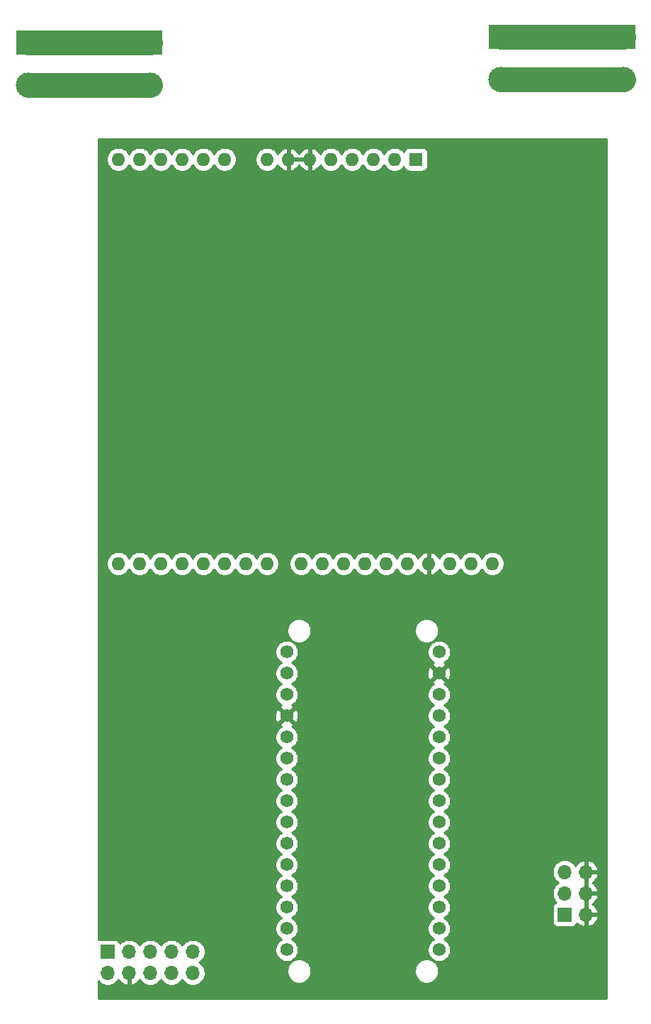
<source format=gbr>
G04 #@! TF.GenerationSoftware,KiCad,Pcbnew,5.1.5+dfsg1-2build2*
G04 #@! TF.CreationDate,2021-11-22T11:52:30+00:00*
G04 #@! TF.ProjectId,PIDController,50494443-6f6e-4747-926f-6c6c65722e6b,rev?*
G04 #@! TF.SameCoordinates,Original*
G04 #@! TF.FileFunction,Copper,L2,Bot*
G04 #@! TF.FilePolarity,Positive*
%FSLAX46Y46*%
G04 Gerber Fmt 4.6, Leading zero omitted, Abs format (unit mm)*
G04 Created by KiCad (PCBNEW 5.1.5+dfsg1-2build2) date 2021-11-22 11:52:30*
%MOMM*%
%LPD*%
G04 APERTURE LIST*
%ADD10O,1.600000X1.600000*%
%ADD11R,1.600000X1.600000*%
%ADD12R,3.000000X3.000000*%
%ADD13C,3.000000*%
%ADD14C,1.560000*%
%ADD15R,1.700000X1.700000*%
%ADD16O,1.700000X1.700000*%
%ADD17C,0.800000*%
%ADD18C,3.000000*%
%ADD19C,0.254000*%
G04 APERTURE END LIST*
D10*
X166620000Y-102870000D03*
X164080000Y-102870000D03*
D11*
X157480000Y-54610000D03*
D10*
X127000000Y-102870000D03*
X154940000Y-54610000D03*
X129540000Y-102870000D03*
X152400000Y-54610000D03*
X132080000Y-102870000D03*
X149860000Y-54610000D03*
X134620000Y-102870000D03*
X147320000Y-54610000D03*
X137160000Y-102870000D03*
X144780000Y-54610000D03*
X139700000Y-102870000D03*
X142240000Y-54610000D03*
X143760000Y-102870000D03*
X139700000Y-54610000D03*
X146300000Y-102870000D03*
X134620000Y-54610000D03*
X148840000Y-102870000D03*
X132080000Y-54610000D03*
X151380000Y-102870000D03*
X129540000Y-54610000D03*
X153920000Y-102870000D03*
X127000000Y-54610000D03*
X156460000Y-102870000D03*
X124460000Y-54610000D03*
X159000000Y-102870000D03*
X121920000Y-54610000D03*
X161540000Y-102870000D03*
X121920000Y-102870000D03*
X124460000Y-102870000D03*
D12*
X182245000Y-40005000D03*
D13*
X182245000Y-45085000D03*
X167640000Y-45085000D03*
D12*
X167640000Y-40005000D03*
X111125000Y-40640000D03*
D13*
X111125000Y-45720000D03*
X125730000Y-45720000D03*
D12*
X125730000Y-40640000D03*
D14*
X160230000Y-149000000D03*
X160230000Y-146460000D03*
X160230000Y-143920000D03*
X160230000Y-141380000D03*
X160230000Y-138840000D03*
X160230000Y-136300000D03*
X160230000Y-133760000D03*
X160230000Y-131220000D03*
X160230000Y-128680000D03*
X160230000Y-126140000D03*
X160230000Y-123600000D03*
X160230000Y-121060000D03*
X160230000Y-118520000D03*
X160230000Y-115980000D03*
X160230000Y-113440000D03*
X142030000Y-113440000D03*
X142030000Y-115980000D03*
X142030000Y-118520000D03*
X142030000Y-121060000D03*
X142030000Y-123600000D03*
X142030000Y-126140000D03*
X142030000Y-128680000D03*
X142030000Y-131220000D03*
X142030000Y-133760000D03*
X142030000Y-136300000D03*
X142030000Y-138840000D03*
X142030000Y-141380000D03*
X142030000Y-143920000D03*
X142030000Y-146460000D03*
X142030000Y-149000000D03*
D15*
X120650000Y-149225000D03*
D16*
X120650000Y-151765000D03*
X123190000Y-149225000D03*
X123190000Y-151765000D03*
X125730000Y-149225000D03*
X125730000Y-151765000D03*
X128270000Y-149225000D03*
X128270000Y-151765000D03*
X130810000Y-149225000D03*
X130810000Y-151765000D03*
D15*
X175260000Y-144780000D03*
D16*
X177800000Y-144780000D03*
X175260000Y-142240000D03*
X177800000Y-142240000D03*
X175260000Y-139700000D03*
X177800000Y-139700000D03*
D17*
X137160000Y-120650000D03*
X124460000Y-123190000D03*
X137160000Y-130810000D03*
X134620000Y-143510000D03*
X128905000Y-132715000D03*
X121920000Y-113030000D03*
X177800000Y-130810000D03*
D18*
X182245000Y-40005000D02*
X167640000Y-40005000D01*
X182245000Y-45085000D02*
X167640000Y-45085000D01*
X125730000Y-40640000D02*
X111125000Y-40640000D01*
X125730000Y-45720000D02*
X111125000Y-45720000D01*
D19*
G36*
X180213000Y-154813000D02*
G01*
X119507000Y-154813000D01*
X119507000Y-152722107D01*
X119703368Y-152918475D01*
X119946589Y-153080990D01*
X120216842Y-153192932D01*
X120503740Y-153250000D01*
X120796260Y-153250000D01*
X121083158Y-153192932D01*
X121353411Y-153080990D01*
X121596632Y-152918475D01*
X121803475Y-152711632D01*
X121925195Y-152529466D01*
X121994822Y-152646355D01*
X122189731Y-152862588D01*
X122423080Y-153036641D01*
X122685901Y-153161825D01*
X122833110Y-153206476D01*
X123063000Y-153085155D01*
X123063000Y-151892000D01*
X123043000Y-151892000D01*
X123043000Y-151638000D01*
X123063000Y-151638000D01*
X123063000Y-151618000D01*
X123317000Y-151618000D01*
X123317000Y-151638000D01*
X123337000Y-151638000D01*
X123337000Y-151892000D01*
X123317000Y-151892000D01*
X123317000Y-153085155D01*
X123546890Y-153206476D01*
X123694099Y-153161825D01*
X123956920Y-153036641D01*
X124190269Y-152862588D01*
X124385178Y-152646355D01*
X124454805Y-152529466D01*
X124576525Y-152711632D01*
X124783368Y-152918475D01*
X125026589Y-153080990D01*
X125296842Y-153192932D01*
X125583740Y-153250000D01*
X125876260Y-153250000D01*
X126163158Y-153192932D01*
X126433411Y-153080990D01*
X126676632Y-152918475D01*
X126883475Y-152711632D01*
X127000000Y-152537240D01*
X127116525Y-152711632D01*
X127323368Y-152918475D01*
X127566589Y-153080990D01*
X127836842Y-153192932D01*
X128123740Y-153250000D01*
X128416260Y-153250000D01*
X128703158Y-153192932D01*
X128973411Y-153080990D01*
X129216632Y-152918475D01*
X129423475Y-152711632D01*
X129540000Y-152537240D01*
X129656525Y-152711632D01*
X129863368Y-152918475D01*
X130106589Y-153080990D01*
X130376842Y-153192932D01*
X130663740Y-153250000D01*
X130956260Y-153250000D01*
X131243158Y-153192932D01*
X131513411Y-153080990D01*
X131756632Y-152918475D01*
X131963475Y-152711632D01*
X132125990Y-152468411D01*
X132237932Y-152198158D01*
X132295000Y-151911260D01*
X132295000Y-151618740D01*
X132250725Y-151396153D01*
X142049500Y-151396153D01*
X142049500Y-151683847D01*
X142105626Y-151966012D01*
X142215721Y-152231806D01*
X142375555Y-152471015D01*
X142578985Y-152674445D01*
X142818194Y-152834279D01*
X143083988Y-152944374D01*
X143366153Y-153000500D01*
X143653847Y-153000500D01*
X143936012Y-152944374D01*
X144201806Y-152834279D01*
X144441015Y-152674445D01*
X144644445Y-152471015D01*
X144804279Y-152231806D01*
X144914374Y-151966012D01*
X144970500Y-151683847D01*
X144970500Y-151396153D01*
X157289500Y-151396153D01*
X157289500Y-151683847D01*
X157345626Y-151966012D01*
X157455721Y-152231806D01*
X157615555Y-152471015D01*
X157818985Y-152674445D01*
X158058194Y-152834279D01*
X158323988Y-152944374D01*
X158606153Y-153000500D01*
X158893847Y-153000500D01*
X159176012Y-152944374D01*
X159441806Y-152834279D01*
X159681015Y-152674445D01*
X159884445Y-152471015D01*
X160044279Y-152231806D01*
X160154374Y-151966012D01*
X160210500Y-151683847D01*
X160210500Y-151396153D01*
X160154374Y-151113988D01*
X160044279Y-150848194D01*
X159884445Y-150608985D01*
X159681015Y-150405555D01*
X159441806Y-150245721D01*
X159176012Y-150135626D01*
X158893847Y-150079500D01*
X158606153Y-150079500D01*
X158323988Y-150135626D01*
X158058194Y-150245721D01*
X157818985Y-150405555D01*
X157615555Y-150608985D01*
X157455721Y-150848194D01*
X157345626Y-151113988D01*
X157289500Y-151396153D01*
X144970500Y-151396153D01*
X144914374Y-151113988D01*
X144804279Y-150848194D01*
X144644445Y-150608985D01*
X144441015Y-150405555D01*
X144201806Y-150245721D01*
X143936012Y-150135626D01*
X143653847Y-150079500D01*
X143366153Y-150079500D01*
X143083988Y-150135626D01*
X142818194Y-150245721D01*
X142578985Y-150405555D01*
X142375555Y-150608985D01*
X142215721Y-150848194D01*
X142105626Y-151113988D01*
X142049500Y-151396153D01*
X132250725Y-151396153D01*
X132237932Y-151331842D01*
X132125990Y-151061589D01*
X131963475Y-150818368D01*
X131756632Y-150611525D01*
X131582240Y-150495000D01*
X131756632Y-150378475D01*
X131963475Y-150171632D01*
X132125990Y-149928411D01*
X132237932Y-149658158D01*
X132295000Y-149371260D01*
X132295000Y-149078740D01*
X132237932Y-148791842D01*
X132125990Y-148521589D01*
X131963475Y-148278368D01*
X131756632Y-148071525D01*
X131513411Y-147909010D01*
X131243158Y-147797068D01*
X130956260Y-147740000D01*
X130663740Y-147740000D01*
X130376842Y-147797068D01*
X130106589Y-147909010D01*
X129863368Y-148071525D01*
X129656525Y-148278368D01*
X129540000Y-148452760D01*
X129423475Y-148278368D01*
X129216632Y-148071525D01*
X128973411Y-147909010D01*
X128703158Y-147797068D01*
X128416260Y-147740000D01*
X128123740Y-147740000D01*
X127836842Y-147797068D01*
X127566589Y-147909010D01*
X127323368Y-148071525D01*
X127116525Y-148278368D01*
X127000000Y-148452760D01*
X126883475Y-148278368D01*
X126676632Y-148071525D01*
X126433411Y-147909010D01*
X126163158Y-147797068D01*
X125876260Y-147740000D01*
X125583740Y-147740000D01*
X125296842Y-147797068D01*
X125026589Y-147909010D01*
X124783368Y-148071525D01*
X124576525Y-148278368D01*
X124460000Y-148452760D01*
X124343475Y-148278368D01*
X124136632Y-148071525D01*
X123893411Y-147909010D01*
X123623158Y-147797068D01*
X123336260Y-147740000D01*
X123043740Y-147740000D01*
X122756842Y-147797068D01*
X122486589Y-147909010D01*
X122243368Y-148071525D01*
X122111513Y-148203380D01*
X122089502Y-148130820D01*
X122030537Y-148020506D01*
X121951185Y-147923815D01*
X121854494Y-147844463D01*
X121744180Y-147785498D01*
X121624482Y-147749188D01*
X121500000Y-147736928D01*
X119800000Y-147736928D01*
X119675518Y-147749188D01*
X119555820Y-147785498D01*
X119507000Y-147811593D01*
X119507000Y-123460635D01*
X140615000Y-123460635D01*
X140615000Y-123739365D01*
X140669377Y-124012740D01*
X140776043Y-124270254D01*
X140930897Y-124502010D01*
X141127990Y-124699103D01*
X141359746Y-124853957D01*
X141398477Y-124870000D01*
X141359746Y-124886043D01*
X141127990Y-125040897D01*
X140930897Y-125237990D01*
X140776043Y-125469746D01*
X140669377Y-125727260D01*
X140615000Y-126000635D01*
X140615000Y-126279365D01*
X140669377Y-126552740D01*
X140776043Y-126810254D01*
X140930897Y-127042010D01*
X141127990Y-127239103D01*
X141359746Y-127393957D01*
X141398477Y-127410000D01*
X141359746Y-127426043D01*
X141127990Y-127580897D01*
X140930897Y-127777990D01*
X140776043Y-128009746D01*
X140669377Y-128267260D01*
X140615000Y-128540635D01*
X140615000Y-128819365D01*
X140669377Y-129092740D01*
X140776043Y-129350254D01*
X140930897Y-129582010D01*
X141127990Y-129779103D01*
X141359746Y-129933957D01*
X141398477Y-129950000D01*
X141359746Y-129966043D01*
X141127990Y-130120897D01*
X140930897Y-130317990D01*
X140776043Y-130549746D01*
X140669377Y-130807260D01*
X140615000Y-131080635D01*
X140615000Y-131359365D01*
X140669377Y-131632740D01*
X140776043Y-131890254D01*
X140930897Y-132122010D01*
X141127990Y-132319103D01*
X141359746Y-132473957D01*
X141398477Y-132490000D01*
X141359746Y-132506043D01*
X141127990Y-132660897D01*
X140930897Y-132857990D01*
X140776043Y-133089746D01*
X140669377Y-133347260D01*
X140615000Y-133620635D01*
X140615000Y-133899365D01*
X140669377Y-134172740D01*
X140776043Y-134430254D01*
X140930897Y-134662010D01*
X141127990Y-134859103D01*
X141359746Y-135013957D01*
X141398477Y-135030000D01*
X141359746Y-135046043D01*
X141127990Y-135200897D01*
X140930897Y-135397990D01*
X140776043Y-135629746D01*
X140669377Y-135887260D01*
X140615000Y-136160635D01*
X140615000Y-136439365D01*
X140669377Y-136712740D01*
X140776043Y-136970254D01*
X140930897Y-137202010D01*
X141127990Y-137399103D01*
X141359746Y-137553957D01*
X141398477Y-137570000D01*
X141359746Y-137586043D01*
X141127990Y-137740897D01*
X140930897Y-137937990D01*
X140776043Y-138169746D01*
X140669377Y-138427260D01*
X140615000Y-138700635D01*
X140615000Y-138979365D01*
X140669377Y-139252740D01*
X140776043Y-139510254D01*
X140930897Y-139742010D01*
X141127990Y-139939103D01*
X141359746Y-140093957D01*
X141398477Y-140110000D01*
X141359746Y-140126043D01*
X141127990Y-140280897D01*
X140930897Y-140477990D01*
X140776043Y-140709746D01*
X140669377Y-140967260D01*
X140615000Y-141240635D01*
X140615000Y-141519365D01*
X140669377Y-141792740D01*
X140776043Y-142050254D01*
X140930897Y-142282010D01*
X141127990Y-142479103D01*
X141359746Y-142633957D01*
X141398477Y-142650000D01*
X141359746Y-142666043D01*
X141127990Y-142820897D01*
X140930897Y-143017990D01*
X140776043Y-143249746D01*
X140669377Y-143507260D01*
X140615000Y-143780635D01*
X140615000Y-144059365D01*
X140669377Y-144332740D01*
X140776043Y-144590254D01*
X140930897Y-144822010D01*
X141127990Y-145019103D01*
X141359746Y-145173957D01*
X141398477Y-145190000D01*
X141359746Y-145206043D01*
X141127990Y-145360897D01*
X140930897Y-145557990D01*
X140776043Y-145789746D01*
X140669377Y-146047260D01*
X140615000Y-146320635D01*
X140615000Y-146599365D01*
X140669377Y-146872740D01*
X140776043Y-147130254D01*
X140930897Y-147362010D01*
X141127990Y-147559103D01*
X141359746Y-147713957D01*
X141398477Y-147730000D01*
X141359746Y-147746043D01*
X141127990Y-147900897D01*
X140930897Y-148097990D01*
X140776043Y-148329746D01*
X140669377Y-148587260D01*
X140615000Y-148860635D01*
X140615000Y-149139365D01*
X140669377Y-149412740D01*
X140776043Y-149670254D01*
X140930897Y-149902010D01*
X141127990Y-150099103D01*
X141359746Y-150253957D01*
X141617260Y-150360623D01*
X141890635Y-150415000D01*
X142169365Y-150415000D01*
X142442740Y-150360623D01*
X142700254Y-150253957D01*
X142932010Y-150099103D01*
X143129103Y-149902010D01*
X143283957Y-149670254D01*
X143390623Y-149412740D01*
X143445000Y-149139365D01*
X143445000Y-148860635D01*
X143390623Y-148587260D01*
X143283957Y-148329746D01*
X143129103Y-148097990D01*
X142932010Y-147900897D01*
X142700254Y-147746043D01*
X142661523Y-147730000D01*
X142700254Y-147713957D01*
X142932010Y-147559103D01*
X143129103Y-147362010D01*
X143283957Y-147130254D01*
X143390623Y-146872740D01*
X143445000Y-146599365D01*
X143445000Y-146320635D01*
X143390623Y-146047260D01*
X143283957Y-145789746D01*
X143129103Y-145557990D01*
X142932010Y-145360897D01*
X142700254Y-145206043D01*
X142661523Y-145190000D01*
X142700254Y-145173957D01*
X142932010Y-145019103D01*
X143129103Y-144822010D01*
X143283957Y-144590254D01*
X143390623Y-144332740D01*
X143445000Y-144059365D01*
X143445000Y-143780635D01*
X143390623Y-143507260D01*
X143283957Y-143249746D01*
X143129103Y-143017990D01*
X142932010Y-142820897D01*
X142700254Y-142666043D01*
X142661523Y-142650000D01*
X142700254Y-142633957D01*
X142932010Y-142479103D01*
X143129103Y-142282010D01*
X143283957Y-142050254D01*
X143390623Y-141792740D01*
X143445000Y-141519365D01*
X143445000Y-141240635D01*
X143390623Y-140967260D01*
X143283957Y-140709746D01*
X143129103Y-140477990D01*
X142932010Y-140280897D01*
X142700254Y-140126043D01*
X142661523Y-140110000D01*
X142700254Y-140093957D01*
X142932010Y-139939103D01*
X143129103Y-139742010D01*
X143283957Y-139510254D01*
X143390623Y-139252740D01*
X143445000Y-138979365D01*
X143445000Y-138700635D01*
X143390623Y-138427260D01*
X143283957Y-138169746D01*
X143129103Y-137937990D01*
X142932010Y-137740897D01*
X142700254Y-137586043D01*
X142661523Y-137570000D01*
X142700254Y-137553957D01*
X142932010Y-137399103D01*
X143129103Y-137202010D01*
X143283957Y-136970254D01*
X143390623Y-136712740D01*
X143445000Y-136439365D01*
X143445000Y-136160635D01*
X143390623Y-135887260D01*
X143283957Y-135629746D01*
X143129103Y-135397990D01*
X142932010Y-135200897D01*
X142700254Y-135046043D01*
X142661523Y-135030000D01*
X142700254Y-135013957D01*
X142932010Y-134859103D01*
X143129103Y-134662010D01*
X143283957Y-134430254D01*
X143390623Y-134172740D01*
X143445000Y-133899365D01*
X143445000Y-133620635D01*
X143390623Y-133347260D01*
X143283957Y-133089746D01*
X143129103Y-132857990D01*
X142932010Y-132660897D01*
X142700254Y-132506043D01*
X142661523Y-132490000D01*
X142700254Y-132473957D01*
X142932010Y-132319103D01*
X143129103Y-132122010D01*
X143283957Y-131890254D01*
X143390623Y-131632740D01*
X143445000Y-131359365D01*
X143445000Y-131080635D01*
X143390623Y-130807260D01*
X143283957Y-130549746D01*
X143129103Y-130317990D01*
X142932010Y-130120897D01*
X142700254Y-129966043D01*
X142661523Y-129950000D01*
X142700254Y-129933957D01*
X142932010Y-129779103D01*
X143129103Y-129582010D01*
X143283957Y-129350254D01*
X143390623Y-129092740D01*
X143445000Y-128819365D01*
X143445000Y-128540635D01*
X143390623Y-128267260D01*
X143283957Y-128009746D01*
X143129103Y-127777990D01*
X142932010Y-127580897D01*
X142700254Y-127426043D01*
X142661523Y-127410000D01*
X142700254Y-127393957D01*
X142932010Y-127239103D01*
X143129103Y-127042010D01*
X143283957Y-126810254D01*
X143390623Y-126552740D01*
X143445000Y-126279365D01*
X143445000Y-126000635D01*
X143390623Y-125727260D01*
X143283957Y-125469746D01*
X143129103Y-125237990D01*
X142932010Y-125040897D01*
X142700254Y-124886043D01*
X142661523Y-124870000D01*
X142700254Y-124853957D01*
X142932010Y-124699103D01*
X143129103Y-124502010D01*
X143283957Y-124270254D01*
X143390623Y-124012740D01*
X143445000Y-123739365D01*
X143445000Y-123460635D01*
X143390623Y-123187260D01*
X143283957Y-122929746D01*
X143129103Y-122697990D01*
X142932010Y-122500897D01*
X142700254Y-122346043D01*
X142664475Y-122331223D01*
X142759655Y-122280349D01*
X142828816Y-122038421D01*
X142030000Y-121239605D01*
X141231184Y-122038421D01*
X141300345Y-122280349D01*
X141402279Y-122328425D01*
X141359746Y-122346043D01*
X141127990Y-122500897D01*
X140930897Y-122697990D01*
X140776043Y-122929746D01*
X140669377Y-123187260D01*
X140615000Y-123460635D01*
X119507000Y-123460635D01*
X119507000Y-121131303D01*
X140609943Y-121131303D01*
X140651140Y-121406972D01*
X140745325Y-121669308D01*
X140809651Y-121789655D01*
X141051579Y-121858816D01*
X141850395Y-121060000D01*
X142209605Y-121060000D01*
X143008421Y-121858816D01*
X143250349Y-121789655D01*
X143369248Y-121537557D01*
X143436681Y-121267106D01*
X143450057Y-120988697D01*
X143408860Y-120713028D01*
X143314675Y-120450692D01*
X143250349Y-120330345D01*
X143008421Y-120261184D01*
X142209605Y-121060000D01*
X141850395Y-121060000D01*
X141051579Y-120261184D01*
X140809651Y-120330345D01*
X140690752Y-120582443D01*
X140623319Y-120852894D01*
X140609943Y-121131303D01*
X119507000Y-121131303D01*
X119507000Y-113300635D01*
X140615000Y-113300635D01*
X140615000Y-113579365D01*
X140669377Y-113852740D01*
X140776043Y-114110254D01*
X140930897Y-114342010D01*
X141127990Y-114539103D01*
X141359746Y-114693957D01*
X141398477Y-114710000D01*
X141359746Y-114726043D01*
X141127990Y-114880897D01*
X140930897Y-115077990D01*
X140776043Y-115309746D01*
X140669377Y-115567260D01*
X140615000Y-115840635D01*
X140615000Y-116119365D01*
X140669377Y-116392740D01*
X140776043Y-116650254D01*
X140930897Y-116882010D01*
X141127990Y-117079103D01*
X141359746Y-117233957D01*
X141398477Y-117250000D01*
X141359746Y-117266043D01*
X141127990Y-117420897D01*
X140930897Y-117617990D01*
X140776043Y-117849746D01*
X140669377Y-118107260D01*
X140615000Y-118380635D01*
X140615000Y-118659365D01*
X140669377Y-118932740D01*
X140776043Y-119190254D01*
X140930897Y-119422010D01*
X141127990Y-119619103D01*
X141359746Y-119773957D01*
X141395525Y-119788777D01*
X141300345Y-119839651D01*
X141231184Y-120081579D01*
X142030000Y-120880395D01*
X142828816Y-120081579D01*
X142759655Y-119839651D01*
X142657721Y-119791575D01*
X142700254Y-119773957D01*
X142932010Y-119619103D01*
X143129103Y-119422010D01*
X143283957Y-119190254D01*
X143390623Y-118932740D01*
X143445000Y-118659365D01*
X143445000Y-118380635D01*
X158815000Y-118380635D01*
X158815000Y-118659365D01*
X158869377Y-118932740D01*
X158976043Y-119190254D01*
X159130897Y-119422010D01*
X159327990Y-119619103D01*
X159559746Y-119773957D01*
X159598477Y-119790000D01*
X159559746Y-119806043D01*
X159327990Y-119960897D01*
X159130897Y-120157990D01*
X158976043Y-120389746D01*
X158869377Y-120647260D01*
X158815000Y-120920635D01*
X158815000Y-121199365D01*
X158869377Y-121472740D01*
X158976043Y-121730254D01*
X159130897Y-121962010D01*
X159327990Y-122159103D01*
X159559746Y-122313957D01*
X159598477Y-122330000D01*
X159559746Y-122346043D01*
X159327990Y-122500897D01*
X159130897Y-122697990D01*
X158976043Y-122929746D01*
X158869377Y-123187260D01*
X158815000Y-123460635D01*
X158815000Y-123739365D01*
X158869377Y-124012740D01*
X158976043Y-124270254D01*
X159130897Y-124502010D01*
X159327990Y-124699103D01*
X159559746Y-124853957D01*
X159598477Y-124870000D01*
X159559746Y-124886043D01*
X159327990Y-125040897D01*
X159130897Y-125237990D01*
X158976043Y-125469746D01*
X158869377Y-125727260D01*
X158815000Y-126000635D01*
X158815000Y-126279365D01*
X158869377Y-126552740D01*
X158976043Y-126810254D01*
X159130897Y-127042010D01*
X159327990Y-127239103D01*
X159559746Y-127393957D01*
X159598477Y-127410000D01*
X159559746Y-127426043D01*
X159327990Y-127580897D01*
X159130897Y-127777990D01*
X158976043Y-128009746D01*
X158869377Y-128267260D01*
X158815000Y-128540635D01*
X158815000Y-128819365D01*
X158869377Y-129092740D01*
X158976043Y-129350254D01*
X159130897Y-129582010D01*
X159327990Y-129779103D01*
X159559746Y-129933957D01*
X159598477Y-129950000D01*
X159559746Y-129966043D01*
X159327990Y-130120897D01*
X159130897Y-130317990D01*
X158976043Y-130549746D01*
X158869377Y-130807260D01*
X158815000Y-131080635D01*
X158815000Y-131359365D01*
X158869377Y-131632740D01*
X158976043Y-131890254D01*
X159130897Y-132122010D01*
X159327990Y-132319103D01*
X159559746Y-132473957D01*
X159598477Y-132490000D01*
X159559746Y-132506043D01*
X159327990Y-132660897D01*
X159130897Y-132857990D01*
X158976043Y-133089746D01*
X158869377Y-133347260D01*
X158815000Y-133620635D01*
X158815000Y-133899365D01*
X158869377Y-134172740D01*
X158976043Y-134430254D01*
X159130897Y-134662010D01*
X159327990Y-134859103D01*
X159559746Y-135013957D01*
X159598477Y-135030000D01*
X159559746Y-135046043D01*
X159327990Y-135200897D01*
X159130897Y-135397990D01*
X158976043Y-135629746D01*
X158869377Y-135887260D01*
X158815000Y-136160635D01*
X158815000Y-136439365D01*
X158869377Y-136712740D01*
X158976043Y-136970254D01*
X159130897Y-137202010D01*
X159327990Y-137399103D01*
X159559746Y-137553957D01*
X159598477Y-137570000D01*
X159559746Y-137586043D01*
X159327990Y-137740897D01*
X159130897Y-137937990D01*
X158976043Y-138169746D01*
X158869377Y-138427260D01*
X158815000Y-138700635D01*
X158815000Y-138979365D01*
X158869377Y-139252740D01*
X158976043Y-139510254D01*
X159130897Y-139742010D01*
X159327990Y-139939103D01*
X159559746Y-140093957D01*
X159598477Y-140110000D01*
X159559746Y-140126043D01*
X159327990Y-140280897D01*
X159130897Y-140477990D01*
X158976043Y-140709746D01*
X158869377Y-140967260D01*
X158815000Y-141240635D01*
X158815000Y-141519365D01*
X158869377Y-141792740D01*
X158976043Y-142050254D01*
X159130897Y-142282010D01*
X159327990Y-142479103D01*
X159559746Y-142633957D01*
X159598477Y-142650000D01*
X159559746Y-142666043D01*
X159327990Y-142820897D01*
X159130897Y-143017990D01*
X158976043Y-143249746D01*
X158869377Y-143507260D01*
X158815000Y-143780635D01*
X158815000Y-144059365D01*
X158869377Y-144332740D01*
X158976043Y-144590254D01*
X159130897Y-144822010D01*
X159327990Y-145019103D01*
X159559746Y-145173957D01*
X159598477Y-145190000D01*
X159559746Y-145206043D01*
X159327990Y-145360897D01*
X159130897Y-145557990D01*
X158976043Y-145789746D01*
X158869377Y-146047260D01*
X158815000Y-146320635D01*
X158815000Y-146599365D01*
X158869377Y-146872740D01*
X158976043Y-147130254D01*
X159130897Y-147362010D01*
X159327990Y-147559103D01*
X159559746Y-147713957D01*
X159598477Y-147730000D01*
X159559746Y-147746043D01*
X159327990Y-147900897D01*
X159130897Y-148097990D01*
X158976043Y-148329746D01*
X158869377Y-148587260D01*
X158815000Y-148860635D01*
X158815000Y-149139365D01*
X158869377Y-149412740D01*
X158976043Y-149670254D01*
X159130897Y-149902010D01*
X159327990Y-150099103D01*
X159559746Y-150253957D01*
X159817260Y-150360623D01*
X160090635Y-150415000D01*
X160369365Y-150415000D01*
X160642740Y-150360623D01*
X160900254Y-150253957D01*
X161132010Y-150099103D01*
X161329103Y-149902010D01*
X161483957Y-149670254D01*
X161590623Y-149412740D01*
X161645000Y-149139365D01*
X161645000Y-148860635D01*
X161590623Y-148587260D01*
X161483957Y-148329746D01*
X161329103Y-148097990D01*
X161132010Y-147900897D01*
X160900254Y-147746043D01*
X160861523Y-147730000D01*
X160900254Y-147713957D01*
X161132010Y-147559103D01*
X161329103Y-147362010D01*
X161483957Y-147130254D01*
X161590623Y-146872740D01*
X161645000Y-146599365D01*
X161645000Y-146320635D01*
X161590623Y-146047260D01*
X161483957Y-145789746D01*
X161329103Y-145557990D01*
X161132010Y-145360897D01*
X160900254Y-145206043D01*
X160861523Y-145190000D01*
X160900254Y-145173957D01*
X161132010Y-145019103D01*
X161329103Y-144822010D01*
X161483957Y-144590254D01*
X161590623Y-144332740D01*
X161645000Y-144059365D01*
X161645000Y-143930000D01*
X173771928Y-143930000D01*
X173771928Y-145630000D01*
X173784188Y-145754482D01*
X173820498Y-145874180D01*
X173879463Y-145984494D01*
X173958815Y-146081185D01*
X174055506Y-146160537D01*
X174165820Y-146219502D01*
X174285518Y-146255812D01*
X174410000Y-146268072D01*
X176110000Y-146268072D01*
X176234482Y-146255812D01*
X176354180Y-146219502D01*
X176464494Y-146160537D01*
X176561185Y-146081185D01*
X176640537Y-145984494D01*
X176699502Y-145874180D01*
X176722498Y-145798374D01*
X176918645Y-145975178D01*
X177168748Y-146124157D01*
X177443109Y-146221481D01*
X177673000Y-146100814D01*
X177673000Y-144907000D01*
X177927000Y-144907000D01*
X177927000Y-146100814D01*
X178156891Y-146221481D01*
X178431252Y-146124157D01*
X178681355Y-145975178D01*
X178897588Y-145780269D01*
X179071641Y-145546920D01*
X179196825Y-145284099D01*
X179241476Y-145136890D01*
X179120155Y-144907000D01*
X177927000Y-144907000D01*
X177673000Y-144907000D01*
X177653000Y-144907000D01*
X177653000Y-144653000D01*
X177673000Y-144653000D01*
X177673000Y-142367000D01*
X177927000Y-142367000D01*
X177927000Y-144653000D01*
X179120155Y-144653000D01*
X179241476Y-144423110D01*
X179196825Y-144275901D01*
X179071641Y-144013080D01*
X178897588Y-143779731D01*
X178681355Y-143584822D01*
X178555745Y-143510000D01*
X178681355Y-143435178D01*
X178897588Y-143240269D01*
X179071641Y-143006920D01*
X179196825Y-142744099D01*
X179241476Y-142596890D01*
X179120155Y-142367000D01*
X177927000Y-142367000D01*
X177673000Y-142367000D01*
X177653000Y-142367000D01*
X177653000Y-142113000D01*
X177673000Y-142113000D01*
X177673000Y-139827000D01*
X177927000Y-139827000D01*
X177927000Y-142113000D01*
X179120155Y-142113000D01*
X179241476Y-141883110D01*
X179196825Y-141735901D01*
X179071641Y-141473080D01*
X178897588Y-141239731D01*
X178681355Y-141044822D01*
X178555745Y-140970000D01*
X178681355Y-140895178D01*
X178897588Y-140700269D01*
X179071641Y-140466920D01*
X179196825Y-140204099D01*
X179241476Y-140056890D01*
X179120155Y-139827000D01*
X177927000Y-139827000D01*
X177673000Y-139827000D01*
X177653000Y-139827000D01*
X177653000Y-139573000D01*
X177673000Y-139573000D01*
X177673000Y-138379186D01*
X177927000Y-138379186D01*
X177927000Y-139573000D01*
X179120155Y-139573000D01*
X179241476Y-139343110D01*
X179196825Y-139195901D01*
X179071641Y-138933080D01*
X178897588Y-138699731D01*
X178681355Y-138504822D01*
X178431252Y-138355843D01*
X178156891Y-138258519D01*
X177927000Y-138379186D01*
X177673000Y-138379186D01*
X177443109Y-138258519D01*
X177168748Y-138355843D01*
X176918645Y-138504822D01*
X176702412Y-138699731D01*
X176531100Y-138929406D01*
X176413475Y-138753368D01*
X176206632Y-138546525D01*
X175963411Y-138384010D01*
X175693158Y-138272068D01*
X175406260Y-138215000D01*
X175113740Y-138215000D01*
X174826842Y-138272068D01*
X174556589Y-138384010D01*
X174313368Y-138546525D01*
X174106525Y-138753368D01*
X173944010Y-138996589D01*
X173832068Y-139266842D01*
X173775000Y-139553740D01*
X173775000Y-139846260D01*
X173832068Y-140133158D01*
X173944010Y-140403411D01*
X174106525Y-140646632D01*
X174313368Y-140853475D01*
X174487760Y-140970000D01*
X174313368Y-141086525D01*
X174106525Y-141293368D01*
X173944010Y-141536589D01*
X173832068Y-141806842D01*
X173775000Y-142093740D01*
X173775000Y-142386260D01*
X173832068Y-142673158D01*
X173944010Y-142943411D01*
X174106525Y-143186632D01*
X174238380Y-143318487D01*
X174165820Y-143340498D01*
X174055506Y-143399463D01*
X173958815Y-143478815D01*
X173879463Y-143575506D01*
X173820498Y-143685820D01*
X173784188Y-143805518D01*
X173771928Y-143930000D01*
X161645000Y-143930000D01*
X161645000Y-143780635D01*
X161590623Y-143507260D01*
X161483957Y-143249746D01*
X161329103Y-143017990D01*
X161132010Y-142820897D01*
X160900254Y-142666043D01*
X160861523Y-142650000D01*
X160900254Y-142633957D01*
X161132010Y-142479103D01*
X161329103Y-142282010D01*
X161483957Y-142050254D01*
X161590623Y-141792740D01*
X161645000Y-141519365D01*
X161645000Y-141240635D01*
X161590623Y-140967260D01*
X161483957Y-140709746D01*
X161329103Y-140477990D01*
X161132010Y-140280897D01*
X160900254Y-140126043D01*
X160861523Y-140110000D01*
X160900254Y-140093957D01*
X161132010Y-139939103D01*
X161329103Y-139742010D01*
X161483957Y-139510254D01*
X161590623Y-139252740D01*
X161645000Y-138979365D01*
X161645000Y-138700635D01*
X161590623Y-138427260D01*
X161483957Y-138169746D01*
X161329103Y-137937990D01*
X161132010Y-137740897D01*
X160900254Y-137586043D01*
X160861523Y-137570000D01*
X160900254Y-137553957D01*
X161132010Y-137399103D01*
X161329103Y-137202010D01*
X161483957Y-136970254D01*
X161590623Y-136712740D01*
X161645000Y-136439365D01*
X161645000Y-136160635D01*
X161590623Y-135887260D01*
X161483957Y-135629746D01*
X161329103Y-135397990D01*
X161132010Y-135200897D01*
X160900254Y-135046043D01*
X160861523Y-135030000D01*
X160900254Y-135013957D01*
X161132010Y-134859103D01*
X161329103Y-134662010D01*
X161483957Y-134430254D01*
X161590623Y-134172740D01*
X161645000Y-133899365D01*
X161645000Y-133620635D01*
X161590623Y-133347260D01*
X161483957Y-133089746D01*
X161329103Y-132857990D01*
X161132010Y-132660897D01*
X160900254Y-132506043D01*
X160861523Y-132490000D01*
X160900254Y-132473957D01*
X161132010Y-132319103D01*
X161329103Y-132122010D01*
X161483957Y-131890254D01*
X161590623Y-131632740D01*
X161645000Y-131359365D01*
X161645000Y-131080635D01*
X161590623Y-130807260D01*
X161483957Y-130549746D01*
X161329103Y-130317990D01*
X161132010Y-130120897D01*
X160900254Y-129966043D01*
X160861523Y-129950000D01*
X160900254Y-129933957D01*
X161132010Y-129779103D01*
X161329103Y-129582010D01*
X161483957Y-129350254D01*
X161590623Y-129092740D01*
X161645000Y-128819365D01*
X161645000Y-128540635D01*
X161590623Y-128267260D01*
X161483957Y-128009746D01*
X161329103Y-127777990D01*
X161132010Y-127580897D01*
X160900254Y-127426043D01*
X160861523Y-127410000D01*
X160900254Y-127393957D01*
X161132010Y-127239103D01*
X161329103Y-127042010D01*
X161483957Y-126810254D01*
X161590623Y-126552740D01*
X161645000Y-126279365D01*
X161645000Y-126000635D01*
X161590623Y-125727260D01*
X161483957Y-125469746D01*
X161329103Y-125237990D01*
X161132010Y-125040897D01*
X160900254Y-124886043D01*
X160861523Y-124870000D01*
X160900254Y-124853957D01*
X161132010Y-124699103D01*
X161329103Y-124502010D01*
X161483957Y-124270254D01*
X161590623Y-124012740D01*
X161645000Y-123739365D01*
X161645000Y-123460635D01*
X161590623Y-123187260D01*
X161483957Y-122929746D01*
X161329103Y-122697990D01*
X161132010Y-122500897D01*
X160900254Y-122346043D01*
X160861523Y-122330000D01*
X160900254Y-122313957D01*
X161132010Y-122159103D01*
X161329103Y-121962010D01*
X161483957Y-121730254D01*
X161590623Y-121472740D01*
X161645000Y-121199365D01*
X161645000Y-120920635D01*
X161590623Y-120647260D01*
X161483957Y-120389746D01*
X161329103Y-120157990D01*
X161132010Y-119960897D01*
X160900254Y-119806043D01*
X160861523Y-119790000D01*
X160900254Y-119773957D01*
X161132010Y-119619103D01*
X161329103Y-119422010D01*
X161483957Y-119190254D01*
X161590623Y-118932740D01*
X161645000Y-118659365D01*
X161645000Y-118380635D01*
X161590623Y-118107260D01*
X161483957Y-117849746D01*
X161329103Y-117617990D01*
X161132010Y-117420897D01*
X160900254Y-117266043D01*
X160864475Y-117251223D01*
X160959655Y-117200349D01*
X161028816Y-116958421D01*
X160230000Y-116159605D01*
X159431184Y-116958421D01*
X159500345Y-117200349D01*
X159602279Y-117248425D01*
X159559746Y-117266043D01*
X159327990Y-117420897D01*
X159130897Y-117617990D01*
X158976043Y-117849746D01*
X158869377Y-118107260D01*
X158815000Y-118380635D01*
X143445000Y-118380635D01*
X143390623Y-118107260D01*
X143283957Y-117849746D01*
X143129103Y-117617990D01*
X142932010Y-117420897D01*
X142700254Y-117266043D01*
X142661523Y-117250000D01*
X142700254Y-117233957D01*
X142932010Y-117079103D01*
X143129103Y-116882010D01*
X143283957Y-116650254D01*
X143390623Y-116392740D01*
X143445000Y-116119365D01*
X143445000Y-116051303D01*
X158809943Y-116051303D01*
X158851140Y-116326972D01*
X158945325Y-116589308D01*
X159009651Y-116709655D01*
X159251579Y-116778816D01*
X160050395Y-115980000D01*
X160409605Y-115980000D01*
X161208421Y-116778816D01*
X161450349Y-116709655D01*
X161569248Y-116457557D01*
X161636681Y-116187106D01*
X161650057Y-115908697D01*
X161608860Y-115633028D01*
X161514675Y-115370692D01*
X161450349Y-115250345D01*
X161208421Y-115181184D01*
X160409605Y-115980000D01*
X160050395Y-115980000D01*
X159251579Y-115181184D01*
X159009651Y-115250345D01*
X158890752Y-115502443D01*
X158823319Y-115772894D01*
X158809943Y-116051303D01*
X143445000Y-116051303D01*
X143445000Y-115840635D01*
X143390623Y-115567260D01*
X143283957Y-115309746D01*
X143129103Y-115077990D01*
X142932010Y-114880897D01*
X142700254Y-114726043D01*
X142661523Y-114710000D01*
X142700254Y-114693957D01*
X142932010Y-114539103D01*
X143129103Y-114342010D01*
X143283957Y-114110254D01*
X143390623Y-113852740D01*
X143445000Y-113579365D01*
X143445000Y-113300635D01*
X158815000Y-113300635D01*
X158815000Y-113579365D01*
X158869377Y-113852740D01*
X158976043Y-114110254D01*
X159130897Y-114342010D01*
X159327990Y-114539103D01*
X159559746Y-114693957D01*
X159595525Y-114708777D01*
X159500345Y-114759651D01*
X159431184Y-115001579D01*
X160230000Y-115800395D01*
X161028816Y-115001579D01*
X160959655Y-114759651D01*
X160857721Y-114711575D01*
X160900254Y-114693957D01*
X161132010Y-114539103D01*
X161329103Y-114342010D01*
X161483957Y-114110254D01*
X161590623Y-113852740D01*
X161645000Y-113579365D01*
X161645000Y-113300635D01*
X161590623Y-113027260D01*
X161483957Y-112769746D01*
X161329103Y-112537990D01*
X161132010Y-112340897D01*
X160900254Y-112186043D01*
X160642740Y-112079377D01*
X160369365Y-112025000D01*
X160090635Y-112025000D01*
X159817260Y-112079377D01*
X159559746Y-112186043D01*
X159327990Y-112340897D01*
X159130897Y-112537990D01*
X158976043Y-112769746D01*
X158869377Y-113027260D01*
X158815000Y-113300635D01*
X143445000Y-113300635D01*
X143390623Y-113027260D01*
X143283957Y-112769746D01*
X143129103Y-112537990D01*
X142932010Y-112340897D01*
X142700254Y-112186043D01*
X142442740Y-112079377D01*
X142169365Y-112025000D01*
X141890635Y-112025000D01*
X141617260Y-112079377D01*
X141359746Y-112186043D01*
X141127990Y-112340897D01*
X140930897Y-112537990D01*
X140776043Y-112769746D01*
X140669377Y-113027260D01*
X140615000Y-113300635D01*
X119507000Y-113300635D01*
X119507000Y-110756153D01*
X142049500Y-110756153D01*
X142049500Y-111043847D01*
X142105626Y-111326012D01*
X142215721Y-111591806D01*
X142375555Y-111831015D01*
X142578985Y-112034445D01*
X142818194Y-112194279D01*
X143083988Y-112304374D01*
X143366153Y-112360500D01*
X143653847Y-112360500D01*
X143936012Y-112304374D01*
X144201806Y-112194279D01*
X144441015Y-112034445D01*
X144644445Y-111831015D01*
X144804279Y-111591806D01*
X144914374Y-111326012D01*
X144970500Y-111043847D01*
X144970500Y-110756153D01*
X157289500Y-110756153D01*
X157289500Y-111043847D01*
X157345626Y-111326012D01*
X157455721Y-111591806D01*
X157615555Y-111831015D01*
X157818985Y-112034445D01*
X158058194Y-112194279D01*
X158323988Y-112304374D01*
X158606153Y-112360500D01*
X158893847Y-112360500D01*
X159176012Y-112304374D01*
X159441806Y-112194279D01*
X159681015Y-112034445D01*
X159884445Y-111831015D01*
X160044279Y-111591806D01*
X160154374Y-111326012D01*
X160210500Y-111043847D01*
X160210500Y-110756153D01*
X160154374Y-110473988D01*
X160044279Y-110208194D01*
X159884445Y-109968985D01*
X159681015Y-109765555D01*
X159441806Y-109605721D01*
X159176012Y-109495626D01*
X158893847Y-109439500D01*
X158606153Y-109439500D01*
X158323988Y-109495626D01*
X158058194Y-109605721D01*
X157818985Y-109765555D01*
X157615555Y-109968985D01*
X157455721Y-110208194D01*
X157345626Y-110473988D01*
X157289500Y-110756153D01*
X144970500Y-110756153D01*
X144914374Y-110473988D01*
X144804279Y-110208194D01*
X144644445Y-109968985D01*
X144441015Y-109765555D01*
X144201806Y-109605721D01*
X143936012Y-109495626D01*
X143653847Y-109439500D01*
X143366153Y-109439500D01*
X143083988Y-109495626D01*
X142818194Y-109605721D01*
X142578985Y-109765555D01*
X142375555Y-109968985D01*
X142215721Y-110208194D01*
X142105626Y-110473988D01*
X142049500Y-110756153D01*
X119507000Y-110756153D01*
X119507000Y-102728665D01*
X120485000Y-102728665D01*
X120485000Y-103011335D01*
X120540147Y-103288574D01*
X120648320Y-103549727D01*
X120805363Y-103784759D01*
X121005241Y-103984637D01*
X121240273Y-104141680D01*
X121501426Y-104249853D01*
X121778665Y-104305000D01*
X122061335Y-104305000D01*
X122338574Y-104249853D01*
X122599727Y-104141680D01*
X122834759Y-103984637D01*
X123034637Y-103784759D01*
X123190000Y-103552241D01*
X123345363Y-103784759D01*
X123545241Y-103984637D01*
X123780273Y-104141680D01*
X124041426Y-104249853D01*
X124318665Y-104305000D01*
X124601335Y-104305000D01*
X124878574Y-104249853D01*
X125139727Y-104141680D01*
X125374759Y-103984637D01*
X125574637Y-103784759D01*
X125730000Y-103552241D01*
X125885363Y-103784759D01*
X126085241Y-103984637D01*
X126320273Y-104141680D01*
X126581426Y-104249853D01*
X126858665Y-104305000D01*
X127141335Y-104305000D01*
X127418574Y-104249853D01*
X127679727Y-104141680D01*
X127914759Y-103984637D01*
X128114637Y-103784759D01*
X128270000Y-103552241D01*
X128425363Y-103784759D01*
X128625241Y-103984637D01*
X128860273Y-104141680D01*
X129121426Y-104249853D01*
X129398665Y-104305000D01*
X129681335Y-104305000D01*
X129958574Y-104249853D01*
X130219727Y-104141680D01*
X130454759Y-103984637D01*
X130654637Y-103784759D01*
X130810000Y-103552241D01*
X130965363Y-103784759D01*
X131165241Y-103984637D01*
X131400273Y-104141680D01*
X131661426Y-104249853D01*
X131938665Y-104305000D01*
X132221335Y-104305000D01*
X132498574Y-104249853D01*
X132759727Y-104141680D01*
X132994759Y-103984637D01*
X133194637Y-103784759D01*
X133350000Y-103552241D01*
X133505363Y-103784759D01*
X133705241Y-103984637D01*
X133940273Y-104141680D01*
X134201426Y-104249853D01*
X134478665Y-104305000D01*
X134761335Y-104305000D01*
X135038574Y-104249853D01*
X135299727Y-104141680D01*
X135534759Y-103984637D01*
X135734637Y-103784759D01*
X135890000Y-103552241D01*
X136045363Y-103784759D01*
X136245241Y-103984637D01*
X136480273Y-104141680D01*
X136741426Y-104249853D01*
X137018665Y-104305000D01*
X137301335Y-104305000D01*
X137578574Y-104249853D01*
X137839727Y-104141680D01*
X138074759Y-103984637D01*
X138274637Y-103784759D01*
X138430000Y-103552241D01*
X138585363Y-103784759D01*
X138785241Y-103984637D01*
X139020273Y-104141680D01*
X139281426Y-104249853D01*
X139558665Y-104305000D01*
X139841335Y-104305000D01*
X140118574Y-104249853D01*
X140379727Y-104141680D01*
X140614759Y-103984637D01*
X140814637Y-103784759D01*
X140971680Y-103549727D01*
X141079853Y-103288574D01*
X141135000Y-103011335D01*
X141135000Y-102728665D01*
X142325000Y-102728665D01*
X142325000Y-103011335D01*
X142380147Y-103288574D01*
X142488320Y-103549727D01*
X142645363Y-103784759D01*
X142845241Y-103984637D01*
X143080273Y-104141680D01*
X143341426Y-104249853D01*
X143618665Y-104305000D01*
X143901335Y-104305000D01*
X144178574Y-104249853D01*
X144439727Y-104141680D01*
X144674759Y-103984637D01*
X144874637Y-103784759D01*
X145030000Y-103552241D01*
X145185363Y-103784759D01*
X145385241Y-103984637D01*
X145620273Y-104141680D01*
X145881426Y-104249853D01*
X146158665Y-104305000D01*
X146441335Y-104305000D01*
X146718574Y-104249853D01*
X146979727Y-104141680D01*
X147214759Y-103984637D01*
X147414637Y-103784759D01*
X147570000Y-103552241D01*
X147725363Y-103784759D01*
X147925241Y-103984637D01*
X148160273Y-104141680D01*
X148421426Y-104249853D01*
X148698665Y-104305000D01*
X148981335Y-104305000D01*
X149258574Y-104249853D01*
X149519727Y-104141680D01*
X149754759Y-103984637D01*
X149954637Y-103784759D01*
X150110000Y-103552241D01*
X150265363Y-103784759D01*
X150465241Y-103984637D01*
X150700273Y-104141680D01*
X150961426Y-104249853D01*
X151238665Y-104305000D01*
X151521335Y-104305000D01*
X151798574Y-104249853D01*
X152059727Y-104141680D01*
X152294759Y-103984637D01*
X152494637Y-103784759D01*
X152650000Y-103552241D01*
X152805363Y-103784759D01*
X153005241Y-103984637D01*
X153240273Y-104141680D01*
X153501426Y-104249853D01*
X153778665Y-104305000D01*
X154061335Y-104305000D01*
X154338574Y-104249853D01*
X154599727Y-104141680D01*
X154834759Y-103984637D01*
X155034637Y-103784759D01*
X155190000Y-103552241D01*
X155345363Y-103784759D01*
X155545241Y-103984637D01*
X155780273Y-104141680D01*
X156041426Y-104249853D01*
X156318665Y-104305000D01*
X156601335Y-104305000D01*
X156878574Y-104249853D01*
X157139727Y-104141680D01*
X157374759Y-103984637D01*
X157574637Y-103784759D01*
X157731680Y-103549727D01*
X157736067Y-103539135D01*
X157847615Y-103725131D01*
X158036586Y-103933519D01*
X158262580Y-104101037D01*
X158516913Y-104221246D01*
X158650961Y-104261904D01*
X158873000Y-104139915D01*
X158873000Y-102997000D01*
X158853000Y-102997000D01*
X158853000Y-102743000D01*
X158873000Y-102743000D01*
X158873000Y-101600085D01*
X159127000Y-101600085D01*
X159127000Y-102743000D01*
X159147000Y-102743000D01*
X159147000Y-102997000D01*
X159127000Y-102997000D01*
X159127000Y-104139915D01*
X159349039Y-104261904D01*
X159483087Y-104221246D01*
X159737420Y-104101037D01*
X159963414Y-103933519D01*
X160152385Y-103725131D01*
X160263933Y-103539135D01*
X160268320Y-103549727D01*
X160425363Y-103784759D01*
X160625241Y-103984637D01*
X160860273Y-104141680D01*
X161121426Y-104249853D01*
X161398665Y-104305000D01*
X161681335Y-104305000D01*
X161958574Y-104249853D01*
X162219727Y-104141680D01*
X162454759Y-103984637D01*
X162654637Y-103784759D01*
X162810000Y-103552241D01*
X162965363Y-103784759D01*
X163165241Y-103984637D01*
X163400273Y-104141680D01*
X163661426Y-104249853D01*
X163938665Y-104305000D01*
X164221335Y-104305000D01*
X164498574Y-104249853D01*
X164759727Y-104141680D01*
X164994759Y-103984637D01*
X165194637Y-103784759D01*
X165350000Y-103552241D01*
X165505363Y-103784759D01*
X165705241Y-103984637D01*
X165940273Y-104141680D01*
X166201426Y-104249853D01*
X166478665Y-104305000D01*
X166761335Y-104305000D01*
X167038574Y-104249853D01*
X167299727Y-104141680D01*
X167534759Y-103984637D01*
X167734637Y-103784759D01*
X167891680Y-103549727D01*
X167999853Y-103288574D01*
X168055000Y-103011335D01*
X168055000Y-102728665D01*
X167999853Y-102451426D01*
X167891680Y-102190273D01*
X167734637Y-101955241D01*
X167534759Y-101755363D01*
X167299727Y-101598320D01*
X167038574Y-101490147D01*
X166761335Y-101435000D01*
X166478665Y-101435000D01*
X166201426Y-101490147D01*
X165940273Y-101598320D01*
X165705241Y-101755363D01*
X165505363Y-101955241D01*
X165350000Y-102187759D01*
X165194637Y-101955241D01*
X164994759Y-101755363D01*
X164759727Y-101598320D01*
X164498574Y-101490147D01*
X164221335Y-101435000D01*
X163938665Y-101435000D01*
X163661426Y-101490147D01*
X163400273Y-101598320D01*
X163165241Y-101755363D01*
X162965363Y-101955241D01*
X162810000Y-102187759D01*
X162654637Y-101955241D01*
X162454759Y-101755363D01*
X162219727Y-101598320D01*
X161958574Y-101490147D01*
X161681335Y-101435000D01*
X161398665Y-101435000D01*
X161121426Y-101490147D01*
X160860273Y-101598320D01*
X160625241Y-101755363D01*
X160425363Y-101955241D01*
X160268320Y-102190273D01*
X160263933Y-102200865D01*
X160152385Y-102014869D01*
X159963414Y-101806481D01*
X159737420Y-101638963D01*
X159483087Y-101518754D01*
X159349039Y-101478096D01*
X159127000Y-101600085D01*
X158873000Y-101600085D01*
X158650961Y-101478096D01*
X158516913Y-101518754D01*
X158262580Y-101638963D01*
X158036586Y-101806481D01*
X157847615Y-102014869D01*
X157736067Y-102200865D01*
X157731680Y-102190273D01*
X157574637Y-101955241D01*
X157374759Y-101755363D01*
X157139727Y-101598320D01*
X156878574Y-101490147D01*
X156601335Y-101435000D01*
X156318665Y-101435000D01*
X156041426Y-101490147D01*
X155780273Y-101598320D01*
X155545241Y-101755363D01*
X155345363Y-101955241D01*
X155190000Y-102187759D01*
X155034637Y-101955241D01*
X154834759Y-101755363D01*
X154599727Y-101598320D01*
X154338574Y-101490147D01*
X154061335Y-101435000D01*
X153778665Y-101435000D01*
X153501426Y-101490147D01*
X153240273Y-101598320D01*
X153005241Y-101755363D01*
X152805363Y-101955241D01*
X152650000Y-102187759D01*
X152494637Y-101955241D01*
X152294759Y-101755363D01*
X152059727Y-101598320D01*
X151798574Y-101490147D01*
X151521335Y-101435000D01*
X151238665Y-101435000D01*
X150961426Y-101490147D01*
X150700273Y-101598320D01*
X150465241Y-101755363D01*
X150265363Y-101955241D01*
X150110000Y-102187759D01*
X149954637Y-101955241D01*
X149754759Y-101755363D01*
X149519727Y-101598320D01*
X149258574Y-101490147D01*
X148981335Y-101435000D01*
X148698665Y-101435000D01*
X148421426Y-101490147D01*
X148160273Y-101598320D01*
X147925241Y-101755363D01*
X147725363Y-101955241D01*
X147570000Y-102187759D01*
X147414637Y-101955241D01*
X147214759Y-101755363D01*
X146979727Y-101598320D01*
X146718574Y-101490147D01*
X146441335Y-101435000D01*
X146158665Y-101435000D01*
X145881426Y-101490147D01*
X145620273Y-101598320D01*
X145385241Y-101755363D01*
X145185363Y-101955241D01*
X145030000Y-102187759D01*
X144874637Y-101955241D01*
X144674759Y-101755363D01*
X144439727Y-101598320D01*
X144178574Y-101490147D01*
X143901335Y-101435000D01*
X143618665Y-101435000D01*
X143341426Y-101490147D01*
X143080273Y-101598320D01*
X142845241Y-101755363D01*
X142645363Y-101955241D01*
X142488320Y-102190273D01*
X142380147Y-102451426D01*
X142325000Y-102728665D01*
X141135000Y-102728665D01*
X141079853Y-102451426D01*
X140971680Y-102190273D01*
X140814637Y-101955241D01*
X140614759Y-101755363D01*
X140379727Y-101598320D01*
X140118574Y-101490147D01*
X139841335Y-101435000D01*
X139558665Y-101435000D01*
X139281426Y-101490147D01*
X139020273Y-101598320D01*
X138785241Y-101755363D01*
X138585363Y-101955241D01*
X138430000Y-102187759D01*
X138274637Y-101955241D01*
X138074759Y-101755363D01*
X137839727Y-101598320D01*
X137578574Y-101490147D01*
X137301335Y-101435000D01*
X137018665Y-101435000D01*
X136741426Y-101490147D01*
X136480273Y-101598320D01*
X136245241Y-101755363D01*
X136045363Y-101955241D01*
X135890000Y-102187759D01*
X135734637Y-101955241D01*
X135534759Y-101755363D01*
X135299727Y-101598320D01*
X135038574Y-101490147D01*
X134761335Y-101435000D01*
X134478665Y-101435000D01*
X134201426Y-101490147D01*
X133940273Y-101598320D01*
X133705241Y-101755363D01*
X133505363Y-101955241D01*
X133350000Y-102187759D01*
X133194637Y-101955241D01*
X132994759Y-101755363D01*
X132759727Y-101598320D01*
X132498574Y-101490147D01*
X132221335Y-101435000D01*
X131938665Y-101435000D01*
X131661426Y-101490147D01*
X131400273Y-101598320D01*
X131165241Y-101755363D01*
X130965363Y-101955241D01*
X130810000Y-102187759D01*
X130654637Y-101955241D01*
X130454759Y-101755363D01*
X130219727Y-101598320D01*
X129958574Y-101490147D01*
X129681335Y-101435000D01*
X129398665Y-101435000D01*
X129121426Y-101490147D01*
X128860273Y-101598320D01*
X128625241Y-101755363D01*
X128425363Y-101955241D01*
X128270000Y-102187759D01*
X128114637Y-101955241D01*
X127914759Y-101755363D01*
X127679727Y-101598320D01*
X127418574Y-101490147D01*
X127141335Y-101435000D01*
X126858665Y-101435000D01*
X126581426Y-101490147D01*
X126320273Y-101598320D01*
X126085241Y-101755363D01*
X125885363Y-101955241D01*
X125730000Y-102187759D01*
X125574637Y-101955241D01*
X125374759Y-101755363D01*
X125139727Y-101598320D01*
X124878574Y-101490147D01*
X124601335Y-101435000D01*
X124318665Y-101435000D01*
X124041426Y-101490147D01*
X123780273Y-101598320D01*
X123545241Y-101755363D01*
X123345363Y-101955241D01*
X123190000Y-102187759D01*
X123034637Y-101955241D01*
X122834759Y-101755363D01*
X122599727Y-101598320D01*
X122338574Y-101490147D01*
X122061335Y-101435000D01*
X121778665Y-101435000D01*
X121501426Y-101490147D01*
X121240273Y-101598320D01*
X121005241Y-101755363D01*
X120805363Y-101955241D01*
X120648320Y-102190273D01*
X120540147Y-102451426D01*
X120485000Y-102728665D01*
X119507000Y-102728665D01*
X119507000Y-54468665D01*
X120485000Y-54468665D01*
X120485000Y-54751335D01*
X120540147Y-55028574D01*
X120648320Y-55289727D01*
X120805363Y-55524759D01*
X121005241Y-55724637D01*
X121240273Y-55881680D01*
X121501426Y-55989853D01*
X121778665Y-56045000D01*
X122061335Y-56045000D01*
X122338574Y-55989853D01*
X122599727Y-55881680D01*
X122834759Y-55724637D01*
X123034637Y-55524759D01*
X123190000Y-55292241D01*
X123345363Y-55524759D01*
X123545241Y-55724637D01*
X123780273Y-55881680D01*
X124041426Y-55989853D01*
X124318665Y-56045000D01*
X124601335Y-56045000D01*
X124878574Y-55989853D01*
X125139727Y-55881680D01*
X125374759Y-55724637D01*
X125574637Y-55524759D01*
X125730000Y-55292241D01*
X125885363Y-55524759D01*
X126085241Y-55724637D01*
X126320273Y-55881680D01*
X126581426Y-55989853D01*
X126858665Y-56045000D01*
X127141335Y-56045000D01*
X127418574Y-55989853D01*
X127679727Y-55881680D01*
X127914759Y-55724637D01*
X128114637Y-55524759D01*
X128270000Y-55292241D01*
X128425363Y-55524759D01*
X128625241Y-55724637D01*
X128860273Y-55881680D01*
X129121426Y-55989853D01*
X129398665Y-56045000D01*
X129681335Y-56045000D01*
X129958574Y-55989853D01*
X130219727Y-55881680D01*
X130454759Y-55724637D01*
X130654637Y-55524759D01*
X130810000Y-55292241D01*
X130965363Y-55524759D01*
X131165241Y-55724637D01*
X131400273Y-55881680D01*
X131661426Y-55989853D01*
X131938665Y-56045000D01*
X132221335Y-56045000D01*
X132498574Y-55989853D01*
X132759727Y-55881680D01*
X132994759Y-55724637D01*
X133194637Y-55524759D01*
X133350000Y-55292241D01*
X133505363Y-55524759D01*
X133705241Y-55724637D01*
X133940273Y-55881680D01*
X134201426Y-55989853D01*
X134478665Y-56045000D01*
X134761335Y-56045000D01*
X135038574Y-55989853D01*
X135299727Y-55881680D01*
X135534759Y-55724637D01*
X135734637Y-55524759D01*
X135891680Y-55289727D01*
X135999853Y-55028574D01*
X136055000Y-54751335D01*
X136055000Y-54468665D01*
X138265000Y-54468665D01*
X138265000Y-54751335D01*
X138320147Y-55028574D01*
X138428320Y-55289727D01*
X138585363Y-55524759D01*
X138785241Y-55724637D01*
X139020273Y-55881680D01*
X139281426Y-55989853D01*
X139558665Y-56045000D01*
X139841335Y-56045000D01*
X140118574Y-55989853D01*
X140379727Y-55881680D01*
X140614759Y-55724637D01*
X140814637Y-55524759D01*
X140971680Y-55289727D01*
X140976067Y-55279135D01*
X141087615Y-55465131D01*
X141276586Y-55673519D01*
X141502580Y-55841037D01*
X141756913Y-55961246D01*
X141890961Y-56001904D01*
X142113000Y-55879915D01*
X142113000Y-54737000D01*
X142367000Y-54737000D01*
X142367000Y-55879915D01*
X142589039Y-56001904D01*
X142723087Y-55961246D01*
X142977420Y-55841037D01*
X143203414Y-55673519D01*
X143392385Y-55465131D01*
X143510000Y-55269018D01*
X143627615Y-55465131D01*
X143816586Y-55673519D01*
X144042580Y-55841037D01*
X144296913Y-55961246D01*
X144430961Y-56001904D01*
X144653000Y-55879915D01*
X144653000Y-54737000D01*
X142367000Y-54737000D01*
X142113000Y-54737000D01*
X142093000Y-54737000D01*
X142093000Y-54483000D01*
X142113000Y-54483000D01*
X142113000Y-53340085D01*
X142367000Y-53340085D01*
X142367000Y-54483000D01*
X144653000Y-54483000D01*
X144653000Y-53340085D01*
X144907000Y-53340085D01*
X144907000Y-54483000D01*
X144927000Y-54483000D01*
X144927000Y-54737000D01*
X144907000Y-54737000D01*
X144907000Y-55879915D01*
X145129039Y-56001904D01*
X145263087Y-55961246D01*
X145517420Y-55841037D01*
X145743414Y-55673519D01*
X145932385Y-55465131D01*
X146043933Y-55279135D01*
X146048320Y-55289727D01*
X146205363Y-55524759D01*
X146405241Y-55724637D01*
X146640273Y-55881680D01*
X146901426Y-55989853D01*
X147178665Y-56045000D01*
X147461335Y-56045000D01*
X147738574Y-55989853D01*
X147999727Y-55881680D01*
X148234759Y-55724637D01*
X148434637Y-55524759D01*
X148590000Y-55292241D01*
X148745363Y-55524759D01*
X148945241Y-55724637D01*
X149180273Y-55881680D01*
X149441426Y-55989853D01*
X149718665Y-56045000D01*
X150001335Y-56045000D01*
X150278574Y-55989853D01*
X150539727Y-55881680D01*
X150774759Y-55724637D01*
X150974637Y-55524759D01*
X151130000Y-55292241D01*
X151285363Y-55524759D01*
X151485241Y-55724637D01*
X151720273Y-55881680D01*
X151981426Y-55989853D01*
X152258665Y-56045000D01*
X152541335Y-56045000D01*
X152818574Y-55989853D01*
X153079727Y-55881680D01*
X153314759Y-55724637D01*
X153514637Y-55524759D01*
X153670000Y-55292241D01*
X153825363Y-55524759D01*
X154025241Y-55724637D01*
X154260273Y-55881680D01*
X154521426Y-55989853D01*
X154798665Y-56045000D01*
X155081335Y-56045000D01*
X155358574Y-55989853D01*
X155619727Y-55881680D01*
X155854759Y-55724637D01*
X156053357Y-55526039D01*
X156054188Y-55534482D01*
X156090498Y-55654180D01*
X156149463Y-55764494D01*
X156228815Y-55861185D01*
X156325506Y-55940537D01*
X156435820Y-55999502D01*
X156555518Y-56035812D01*
X156680000Y-56048072D01*
X158280000Y-56048072D01*
X158404482Y-56035812D01*
X158524180Y-55999502D01*
X158634494Y-55940537D01*
X158731185Y-55861185D01*
X158810537Y-55764494D01*
X158869502Y-55654180D01*
X158905812Y-55534482D01*
X158918072Y-55410000D01*
X158918072Y-53810000D01*
X158905812Y-53685518D01*
X158869502Y-53565820D01*
X158810537Y-53455506D01*
X158731185Y-53358815D01*
X158634494Y-53279463D01*
X158524180Y-53220498D01*
X158404482Y-53184188D01*
X158280000Y-53171928D01*
X156680000Y-53171928D01*
X156555518Y-53184188D01*
X156435820Y-53220498D01*
X156325506Y-53279463D01*
X156228815Y-53358815D01*
X156149463Y-53455506D01*
X156090498Y-53565820D01*
X156054188Y-53685518D01*
X156053357Y-53693961D01*
X155854759Y-53495363D01*
X155619727Y-53338320D01*
X155358574Y-53230147D01*
X155081335Y-53175000D01*
X154798665Y-53175000D01*
X154521426Y-53230147D01*
X154260273Y-53338320D01*
X154025241Y-53495363D01*
X153825363Y-53695241D01*
X153670000Y-53927759D01*
X153514637Y-53695241D01*
X153314759Y-53495363D01*
X153079727Y-53338320D01*
X152818574Y-53230147D01*
X152541335Y-53175000D01*
X152258665Y-53175000D01*
X151981426Y-53230147D01*
X151720273Y-53338320D01*
X151485241Y-53495363D01*
X151285363Y-53695241D01*
X151130000Y-53927759D01*
X150974637Y-53695241D01*
X150774759Y-53495363D01*
X150539727Y-53338320D01*
X150278574Y-53230147D01*
X150001335Y-53175000D01*
X149718665Y-53175000D01*
X149441426Y-53230147D01*
X149180273Y-53338320D01*
X148945241Y-53495363D01*
X148745363Y-53695241D01*
X148590000Y-53927759D01*
X148434637Y-53695241D01*
X148234759Y-53495363D01*
X147999727Y-53338320D01*
X147738574Y-53230147D01*
X147461335Y-53175000D01*
X147178665Y-53175000D01*
X146901426Y-53230147D01*
X146640273Y-53338320D01*
X146405241Y-53495363D01*
X146205363Y-53695241D01*
X146048320Y-53930273D01*
X146043933Y-53940865D01*
X145932385Y-53754869D01*
X145743414Y-53546481D01*
X145517420Y-53378963D01*
X145263087Y-53258754D01*
X145129039Y-53218096D01*
X144907000Y-53340085D01*
X144653000Y-53340085D01*
X144430961Y-53218096D01*
X144296913Y-53258754D01*
X144042580Y-53378963D01*
X143816586Y-53546481D01*
X143627615Y-53754869D01*
X143510000Y-53950982D01*
X143392385Y-53754869D01*
X143203414Y-53546481D01*
X142977420Y-53378963D01*
X142723087Y-53258754D01*
X142589039Y-53218096D01*
X142367000Y-53340085D01*
X142113000Y-53340085D01*
X141890961Y-53218096D01*
X141756913Y-53258754D01*
X141502580Y-53378963D01*
X141276586Y-53546481D01*
X141087615Y-53754869D01*
X140976067Y-53940865D01*
X140971680Y-53930273D01*
X140814637Y-53695241D01*
X140614759Y-53495363D01*
X140379727Y-53338320D01*
X140118574Y-53230147D01*
X139841335Y-53175000D01*
X139558665Y-53175000D01*
X139281426Y-53230147D01*
X139020273Y-53338320D01*
X138785241Y-53495363D01*
X138585363Y-53695241D01*
X138428320Y-53930273D01*
X138320147Y-54191426D01*
X138265000Y-54468665D01*
X136055000Y-54468665D01*
X135999853Y-54191426D01*
X135891680Y-53930273D01*
X135734637Y-53695241D01*
X135534759Y-53495363D01*
X135299727Y-53338320D01*
X135038574Y-53230147D01*
X134761335Y-53175000D01*
X134478665Y-53175000D01*
X134201426Y-53230147D01*
X133940273Y-53338320D01*
X133705241Y-53495363D01*
X133505363Y-53695241D01*
X133350000Y-53927759D01*
X133194637Y-53695241D01*
X132994759Y-53495363D01*
X132759727Y-53338320D01*
X132498574Y-53230147D01*
X132221335Y-53175000D01*
X131938665Y-53175000D01*
X131661426Y-53230147D01*
X131400273Y-53338320D01*
X131165241Y-53495363D01*
X130965363Y-53695241D01*
X130810000Y-53927759D01*
X130654637Y-53695241D01*
X130454759Y-53495363D01*
X130219727Y-53338320D01*
X129958574Y-53230147D01*
X129681335Y-53175000D01*
X129398665Y-53175000D01*
X129121426Y-53230147D01*
X128860273Y-53338320D01*
X128625241Y-53495363D01*
X128425363Y-53695241D01*
X128270000Y-53927759D01*
X128114637Y-53695241D01*
X127914759Y-53495363D01*
X127679727Y-53338320D01*
X127418574Y-53230147D01*
X127141335Y-53175000D01*
X126858665Y-53175000D01*
X126581426Y-53230147D01*
X126320273Y-53338320D01*
X126085241Y-53495363D01*
X125885363Y-53695241D01*
X125730000Y-53927759D01*
X125574637Y-53695241D01*
X125374759Y-53495363D01*
X125139727Y-53338320D01*
X124878574Y-53230147D01*
X124601335Y-53175000D01*
X124318665Y-53175000D01*
X124041426Y-53230147D01*
X123780273Y-53338320D01*
X123545241Y-53495363D01*
X123345363Y-53695241D01*
X123190000Y-53927759D01*
X123034637Y-53695241D01*
X122834759Y-53495363D01*
X122599727Y-53338320D01*
X122338574Y-53230147D01*
X122061335Y-53175000D01*
X121778665Y-53175000D01*
X121501426Y-53230147D01*
X121240273Y-53338320D01*
X121005241Y-53495363D01*
X120805363Y-53695241D01*
X120648320Y-53930273D01*
X120540147Y-54191426D01*
X120485000Y-54468665D01*
X119507000Y-54468665D01*
X119507000Y-52197000D01*
X180213000Y-52197000D01*
X180213000Y-154813000D01*
G37*
X180213000Y-154813000D02*
X119507000Y-154813000D01*
X119507000Y-152722107D01*
X119703368Y-152918475D01*
X119946589Y-153080990D01*
X120216842Y-153192932D01*
X120503740Y-153250000D01*
X120796260Y-153250000D01*
X121083158Y-153192932D01*
X121353411Y-153080990D01*
X121596632Y-152918475D01*
X121803475Y-152711632D01*
X121925195Y-152529466D01*
X121994822Y-152646355D01*
X122189731Y-152862588D01*
X122423080Y-153036641D01*
X122685901Y-153161825D01*
X122833110Y-153206476D01*
X123063000Y-153085155D01*
X123063000Y-151892000D01*
X123043000Y-151892000D01*
X123043000Y-151638000D01*
X123063000Y-151638000D01*
X123063000Y-151618000D01*
X123317000Y-151618000D01*
X123317000Y-151638000D01*
X123337000Y-151638000D01*
X123337000Y-151892000D01*
X123317000Y-151892000D01*
X123317000Y-153085155D01*
X123546890Y-153206476D01*
X123694099Y-153161825D01*
X123956920Y-153036641D01*
X124190269Y-152862588D01*
X124385178Y-152646355D01*
X124454805Y-152529466D01*
X124576525Y-152711632D01*
X124783368Y-152918475D01*
X125026589Y-153080990D01*
X125296842Y-153192932D01*
X125583740Y-153250000D01*
X125876260Y-153250000D01*
X126163158Y-153192932D01*
X126433411Y-153080990D01*
X126676632Y-152918475D01*
X126883475Y-152711632D01*
X127000000Y-152537240D01*
X127116525Y-152711632D01*
X127323368Y-152918475D01*
X127566589Y-153080990D01*
X127836842Y-153192932D01*
X128123740Y-153250000D01*
X128416260Y-153250000D01*
X128703158Y-153192932D01*
X128973411Y-153080990D01*
X129216632Y-152918475D01*
X129423475Y-152711632D01*
X129540000Y-152537240D01*
X129656525Y-152711632D01*
X129863368Y-152918475D01*
X130106589Y-153080990D01*
X130376842Y-153192932D01*
X130663740Y-153250000D01*
X130956260Y-153250000D01*
X131243158Y-153192932D01*
X131513411Y-153080990D01*
X131756632Y-152918475D01*
X131963475Y-152711632D01*
X132125990Y-152468411D01*
X132237932Y-152198158D01*
X132295000Y-151911260D01*
X132295000Y-151618740D01*
X132250725Y-151396153D01*
X142049500Y-151396153D01*
X142049500Y-151683847D01*
X142105626Y-151966012D01*
X142215721Y-152231806D01*
X142375555Y-152471015D01*
X142578985Y-152674445D01*
X142818194Y-152834279D01*
X143083988Y-152944374D01*
X143366153Y-153000500D01*
X143653847Y-153000500D01*
X143936012Y-152944374D01*
X144201806Y-152834279D01*
X144441015Y-152674445D01*
X144644445Y-152471015D01*
X144804279Y-152231806D01*
X144914374Y-151966012D01*
X144970500Y-151683847D01*
X144970500Y-151396153D01*
X157289500Y-151396153D01*
X157289500Y-151683847D01*
X157345626Y-151966012D01*
X157455721Y-152231806D01*
X157615555Y-152471015D01*
X157818985Y-152674445D01*
X158058194Y-152834279D01*
X158323988Y-152944374D01*
X158606153Y-153000500D01*
X158893847Y-153000500D01*
X159176012Y-152944374D01*
X159441806Y-152834279D01*
X159681015Y-152674445D01*
X159884445Y-152471015D01*
X160044279Y-152231806D01*
X160154374Y-151966012D01*
X160210500Y-151683847D01*
X160210500Y-151396153D01*
X160154374Y-151113988D01*
X160044279Y-150848194D01*
X159884445Y-150608985D01*
X159681015Y-150405555D01*
X159441806Y-150245721D01*
X159176012Y-150135626D01*
X158893847Y-150079500D01*
X158606153Y-150079500D01*
X158323988Y-150135626D01*
X158058194Y-150245721D01*
X157818985Y-150405555D01*
X157615555Y-150608985D01*
X157455721Y-150848194D01*
X157345626Y-151113988D01*
X157289500Y-151396153D01*
X144970500Y-151396153D01*
X144914374Y-151113988D01*
X144804279Y-150848194D01*
X144644445Y-150608985D01*
X144441015Y-150405555D01*
X144201806Y-150245721D01*
X143936012Y-150135626D01*
X143653847Y-150079500D01*
X143366153Y-150079500D01*
X143083988Y-150135626D01*
X142818194Y-150245721D01*
X142578985Y-150405555D01*
X142375555Y-150608985D01*
X142215721Y-150848194D01*
X142105626Y-151113988D01*
X142049500Y-151396153D01*
X132250725Y-151396153D01*
X132237932Y-151331842D01*
X132125990Y-151061589D01*
X131963475Y-150818368D01*
X131756632Y-150611525D01*
X131582240Y-150495000D01*
X131756632Y-150378475D01*
X131963475Y-150171632D01*
X132125990Y-149928411D01*
X132237932Y-149658158D01*
X132295000Y-149371260D01*
X132295000Y-149078740D01*
X132237932Y-148791842D01*
X132125990Y-148521589D01*
X131963475Y-148278368D01*
X131756632Y-148071525D01*
X131513411Y-147909010D01*
X131243158Y-147797068D01*
X130956260Y-147740000D01*
X130663740Y-147740000D01*
X130376842Y-147797068D01*
X130106589Y-147909010D01*
X129863368Y-148071525D01*
X129656525Y-148278368D01*
X129540000Y-148452760D01*
X129423475Y-148278368D01*
X129216632Y-148071525D01*
X128973411Y-147909010D01*
X128703158Y-147797068D01*
X128416260Y-147740000D01*
X128123740Y-147740000D01*
X127836842Y-147797068D01*
X127566589Y-147909010D01*
X127323368Y-148071525D01*
X127116525Y-148278368D01*
X127000000Y-148452760D01*
X126883475Y-148278368D01*
X126676632Y-148071525D01*
X126433411Y-147909010D01*
X126163158Y-147797068D01*
X125876260Y-147740000D01*
X125583740Y-147740000D01*
X125296842Y-147797068D01*
X125026589Y-147909010D01*
X124783368Y-148071525D01*
X124576525Y-148278368D01*
X124460000Y-148452760D01*
X124343475Y-148278368D01*
X124136632Y-148071525D01*
X123893411Y-147909010D01*
X123623158Y-147797068D01*
X123336260Y-147740000D01*
X123043740Y-147740000D01*
X122756842Y-147797068D01*
X122486589Y-147909010D01*
X122243368Y-148071525D01*
X122111513Y-148203380D01*
X122089502Y-148130820D01*
X122030537Y-148020506D01*
X121951185Y-147923815D01*
X121854494Y-147844463D01*
X121744180Y-147785498D01*
X121624482Y-147749188D01*
X121500000Y-147736928D01*
X119800000Y-147736928D01*
X119675518Y-147749188D01*
X119555820Y-147785498D01*
X119507000Y-147811593D01*
X119507000Y-123460635D01*
X140615000Y-123460635D01*
X140615000Y-123739365D01*
X140669377Y-124012740D01*
X140776043Y-124270254D01*
X140930897Y-124502010D01*
X141127990Y-124699103D01*
X141359746Y-124853957D01*
X141398477Y-124870000D01*
X141359746Y-124886043D01*
X141127990Y-125040897D01*
X140930897Y-125237990D01*
X140776043Y-125469746D01*
X140669377Y-125727260D01*
X140615000Y-126000635D01*
X140615000Y-126279365D01*
X140669377Y-126552740D01*
X140776043Y-126810254D01*
X140930897Y-127042010D01*
X141127990Y-127239103D01*
X141359746Y-127393957D01*
X141398477Y-127410000D01*
X141359746Y-127426043D01*
X141127990Y-127580897D01*
X140930897Y-127777990D01*
X140776043Y-128009746D01*
X140669377Y-128267260D01*
X140615000Y-128540635D01*
X140615000Y-128819365D01*
X140669377Y-129092740D01*
X140776043Y-129350254D01*
X140930897Y-129582010D01*
X141127990Y-129779103D01*
X141359746Y-129933957D01*
X141398477Y-129950000D01*
X141359746Y-129966043D01*
X141127990Y-130120897D01*
X140930897Y-130317990D01*
X140776043Y-130549746D01*
X140669377Y-130807260D01*
X140615000Y-131080635D01*
X140615000Y-131359365D01*
X140669377Y-131632740D01*
X140776043Y-131890254D01*
X140930897Y-132122010D01*
X141127990Y-132319103D01*
X141359746Y-132473957D01*
X141398477Y-132490000D01*
X141359746Y-132506043D01*
X141127990Y-132660897D01*
X140930897Y-132857990D01*
X140776043Y-133089746D01*
X140669377Y-133347260D01*
X140615000Y-133620635D01*
X140615000Y-133899365D01*
X140669377Y-134172740D01*
X140776043Y-134430254D01*
X140930897Y-134662010D01*
X141127990Y-134859103D01*
X141359746Y-135013957D01*
X141398477Y-135030000D01*
X141359746Y-135046043D01*
X141127990Y-135200897D01*
X140930897Y-135397990D01*
X140776043Y-135629746D01*
X140669377Y-135887260D01*
X140615000Y-136160635D01*
X140615000Y-136439365D01*
X140669377Y-136712740D01*
X140776043Y-136970254D01*
X140930897Y-137202010D01*
X141127990Y-137399103D01*
X141359746Y-137553957D01*
X141398477Y-137570000D01*
X141359746Y-137586043D01*
X141127990Y-137740897D01*
X140930897Y-137937990D01*
X140776043Y-138169746D01*
X140669377Y-138427260D01*
X140615000Y-138700635D01*
X140615000Y-138979365D01*
X140669377Y-139252740D01*
X140776043Y-139510254D01*
X140930897Y-139742010D01*
X141127990Y-139939103D01*
X141359746Y-140093957D01*
X141398477Y-140110000D01*
X141359746Y-140126043D01*
X141127990Y-140280897D01*
X140930897Y-140477990D01*
X140776043Y-140709746D01*
X140669377Y-140967260D01*
X140615000Y-141240635D01*
X140615000Y-141519365D01*
X140669377Y-141792740D01*
X140776043Y-142050254D01*
X140930897Y-142282010D01*
X141127990Y-142479103D01*
X141359746Y-142633957D01*
X141398477Y-142650000D01*
X141359746Y-142666043D01*
X141127990Y-142820897D01*
X140930897Y-143017990D01*
X140776043Y-143249746D01*
X140669377Y-143507260D01*
X140615000Y-143780635D01*
X140615000Y-144059365D01*
X140669377Y-144332740D01*
X140776043Y-144590254D01*
X140930897Y-144822010D01*
X141127990Y-145019103D01*
X141359746Y-145173957D01*
X141398477Y-145190000D01*
X141359746Y-145206043D01*
X141127990Y-145360897D01*
X140930897Y-145557990D01*
X140776043Y-145789746D01*
X140669377Y-146047260D01*
X140615000Y-146320635D01*
X140615000Y-146599365D01*
X140669377Y-146872740D01*
X140776043Y-147130254D01*
X140930897Y-147362010D01*
X141127990Y-147559103D01*
X141359746Y-147713957D01*
X141398477Y-147730000D01*
X141359746Y-147746043D01*
X141127990Y-147900897D01*
X140930897Y-148097990D01*
X140776043Y-148329746D01*
X140669377Y-148587260D01*
X140615000Y-148860635D01*
X140615000Y-149139365D01*
X140669377Y-149412740D01*
X140776043Y-149670254D01*
X140930897Y-149902010D01*
X141127990Y-150099103D01*
X141359746Y-150253957D01*
X141617260Y-150360623D01*
X141890635Y-150415000D01*
X142169365Y-150415000D01*
X142442740Y-150360623D01*
X142700254Y-150253957D01*
X142932010Y-150099103D01*
X143129103Y-149902010D01*
X143283957Y-149670254D01*
X143390623Y-149412740D01*
X143445000Y-149139365D01*
X143445000Y-148860635D01*
X143390623Y-148587260D01*
X143283957Y-148329746D01*
X143129103Y-148097990D01*
X142932010Y-147900897D01*
X142700254Y-147746043D01*
X142661523Y-147730000D01*
X142700254Y-147713957D01*
X142932010Y-147559103D01*
X143129103Y-147362010D01*
X143283957Y-147130254D01*
X143390623Y-146872740D01*
X143445000Y-146599365D01*
X143445000Y-146320635D01*
X143390623Y-146047260D01*
X143283957Y-145789746D01*
X143129103Y-145557990D01*
X142932010Y-145360897D01*
X142700254Y-145206043D01*
X142661523Y-145190000D01*
X142700254Y-145173957D01*
X142932010Y-145019103D01*
X143129103Y-144822010D01*
X143283957Y-144590254D01*
X143390623Y-144332740D01*
X143445000Y-144059365D01*
X143445000Y-143780635D01*
X143390623Y-143507260D01*
X143283957Y-143249746D01*
X143129103Y-143017990D01*
X142932010Y-142820897D01*
X142700254Y-142666043D01*
X142661523Y-142650000D01*
X142700254Y-142633957D01*
X142932010Y-142479103D01*
X143129103Y-142282010D01*
X143283957Y-142050254D01*
X143390623Y-141792740D01*
X143445000Y-141519365D01*
X143445000Y-141240635D01*
X143390623Y-140967260D01*
X143283957Y-140709746D01*
X143129103Y-140477990D01*
X142932010Y-140280897D01*
X142700254Y-140126043D01*
X142661523Y-140110000D01*
X142700254Y-140093957D01*
X142932010Y-139939103D01*
X143129103Y-139742010D01*
X143283957Y-139510254D01*
X143390623Y-139252740D01*
X143445000Y-138979365D01*
X143445000Y-138700635D01*
X143390623Y-138427260D01*
X143283957Y-138169746D01*
X143129103Y-137937990D01*
X142932010Y-137740897D01*
X142700254Y-137586043D01*
X142661523Y-137570000D01*
X142700254Y-137553957D01*
X142932010Y-137399103D01*
X143129103Y-137202010D01*
X143283957Y-136970254D01*
X143390623Y-136712740D01*
X143445000Y-136439365D01*
X143445000Y-136160635D01*
X143390623Y-135887260D01*
X143283957Y-135629746D01*
X143129103Y-135397990D01*
X142932010Y-135200897D01*
X142700254Y-135046043D01*
X142661523Y-135030000D01*
X142700254Y-135013957D01*
X142932010Y-134859103D01*
X143129103Y-134662010D01*
X143283957Y-134430254D01*
X143390623Y-134172740D01*
X143445000Y-133899365D01*
X143445000Y-133620635D01*
X143390623Y-133347260D01*
X143283957Y-133089746D01*
X143129103Y-132857990D01*
X142932010Y-132660897D01*
X142700254Y-132506043D01*
X142661523Y-132490000D01*
X142700254Y-132473957D01*
X142932010Y-132319103D01*
X143129103Y-132122010D01*
X143283957Y-131890254D01*
X143390623Y-131632740D01*
X143445000Y-131359365D01*
X143445000Y-131080635D01*
X143390623Y-130807260D01*
X143283957Y-130549746D01*
X143129103Y-130317990D01*
X142932010Y-130120897D01*
X142700254Y-129966043D01*
X142661523Y-129950000D01*
X142700254Y-129933957D01*
X142932010Y-129779103D01*
X143129103Y-129582010D01*
X143283957Y-129350254D01*
X143390623Y-129092740D01*
X143445000Y-128819365D01*
X143445000Y-128540635D01*
X143390623Y-128267260D01*
X143283957Y-128009746D01*
X143129103Y-127777990D01*
X142932010Y-127580897D01*
X142700254Y-127426043D01*
X142661523Y-127410000D01*
X142700254Y-127393957D01*
X142932010Y-127239103D01*
X143129103Y-127042010D01*
X143283957Y-126810254D01*
X143390623Y-126552740D01*
X143445000Y-126279365D01*
X143445000Y-126000635D01*
X143390623Y-125727260D01*
X143283957Y-125469746D01*
X143129103Y-125237990D01*
X142932010Y-125040897D01*
X142700254Y-124886043D01*
X142661523Y-124870000D01*
X142700254Y-124853957D01*
X142932010Y-124699103D01*
X143129103Y-124502010D01*
X143283957Y-124270254D01*
X143390623Y-124012740D01*
X143445000Y-123739365D01*
X143445000Y-123460635D01*
X143390623Y-123187260D01*
X143283957Y-122929746D01*
X143129103Y-122697990D01*
X142932010Y-122500897D01*
X142700254Y-122346043D01*
X142664475Y-122331223D01*
X142759655Y-122280349D01*
X142828816Y-122038421D01*
X142030000Y-121239605D01*
X141231184Y-122038421D01*
X141300345Y-122280349D01*
X141402279Y-122328425D01*
X141359746Y-122346043D01*
X141127990Y-122500897D01*
X140930897Y-122697990D01*
X140776043Y-122929746D01*
X140669377Y-123187260D01*
X140615000Y-123460635D01*
X119507000Y-123460635D01*
X119507000Y-121131303D01*
X140609943Y-121131303D01*
X140651140Y-121406972D01*
X140745325Y-121669308D01*
X140809651Y-121789655D01*
X141051579Y-121858816D01*
X141850395Y-121060000D01*
X142209605Y-121060000D01*
X143008421Y-121858816D01*
X143250349Y-121789655D01*
X143369248Y-121537557D01*
X143436681Y-121267106D01*
X143450057Y-120988697D01*
X143408860Y-120713028D01*
X143314675Y-120450692D01*
X143250349Y-120330345D01*
X143008421Y-120261184D01*
X142209605Y-121060000D01*
X141850395Y-121060000D01*
X141051579Y-120261184D01*
X140809651Y-120330345D01*
X140690752Y-120582443D01*
X140623319Y-120852894D01*
X140609943Y-121131303D01*
X119507000Y-121131303D01*
X119507000Y-113300635D01*
X140615000Y-113300635D01*
X140615000Y-113579365D01*
X140669377Y-113852740D01*
X140776043Y-114110254D01*
X140930897Y-114342010D01*
X141127990Y-114539103D01*
X141359746Y-114693957D01*
X141398477Y-114710000D01*
X141359746Y-114726043D01*
X141127990Y-114880897D01*
X140930897Y-115077990D01*
X140776043Y-115309746D01*
X140669377Y-115567260D01*
X140615000Y-115840635D01*
X140615000Y-116119365D01*
X140669377Y-116392740D01*
X140776043Y-116650254D01*
X140930897Y-116882010D01*
X141127990Y-117079103D01*
X141359746Y-117233957D01*
X141398477Y-117250000D01*
X141359746Y-117266043D01*
X141127990Y-117420897D01*
X140930897Y-117617990D01*
X140776043Y-117849746D01*
X140669377Y-118107260D01*
X140615000Y-118380635D01*
X140615000Y-118659365D01*
X140669377Y-118932740D01*
X140776043Y-119190254D01*
X140930897Y-119422010D01*
X141127990Y-119619103D01*
X141359746Y-119773957D01*
X141395525Y-119788777D01*
X141300345Y-119839651D01*
X141231184Y-120081579D01*
X142030000Y-120880395D01*
X142828816Y-120081579D01*
X142759655Y-119839651D01*
X142657721Y-119791575D01*
X142700254Y-119773957D01*
X142932010Y-119619103D01*
X143129103Y-119422010D01*
X143283957Y-119190254D01*
X143390623Y-118932740D01*
X143445000Y-118659365D01*
X143445000Y-118380635D01*
X158815000Y-118380635D01*
X158815000Y-118659365D01*
X158869377Y-118932740D01*
X158976043Y-119190254D01*
X159130897Y-119422010D01*
X159327990Y-119619103D01*
X159559746Y-119773957D01*
X159598477Y-119790000D01*
X159559746Y-119806043D01*
X159327990Y-119960897D01*
X159130897Y-120157990D01*
X158976043Y-120389746D01*
X158869377Y-120647260D01*
X158815000Y-120920635D01*
X158815000Y-121199365D01*
X158869377Y-121472740D01*
X158976043Y-121730254D01*
X159130897Y-121962010D01*
X159327990Y-122159103D01*
X159559746Y-122313957D01*
X159598477Y-122330000D01*
X159559746Y-122346043D01*
X159327990Y-122500897D01*
X159130897Y-122697990D01*
X158976043Y-122929746D01*
X158869377Y-123187260D01*
X158815000Y-123460635D01*
X158815000Y-123739365D01*
X158869377Y-124012740D01*
X158976043Y-124270254D01*
X159130897Y-124502010D01*
X159327990Y-124699103D01*
X159559746Y-124853957D01*
X159598477Y-124870000D01*
X159559746Y-124886043D01*
X159327990Y-125040897D01*
X159130897Y-125237990D01*
X158976043Y-125469746D01*
X158869377Y-125727260D01*
X158815000Y-126000635D01*
X158815000Y-126279365D01*
X158869377Y-126552740D01*
X158976043Y-126810254D01*
X159130897Y-127042010D01*
X159327990Y-127239103D01*
X159559746Y-127393957D01*
X159598477Y-127410000D01*
X159559746Y-127426043D01*
X159327990Y-127580897D01*
X159130897Y-127777990D01*
X158976043Y-128009746D01*
X158869377Y-128267260D01*
X158815000Y-128540635D01*
X158815000Y-128819365D01*
X158869377Y-129092740D01*
X158976043Y-129350254D01*
X159130897Y-129582010D01*
X159327990Y-129779103D01*
X159559746Y-129933957D01*
X159598477Y-129950000D01*
X159559746Y-129966043D01*
X159327990Y-130120897D01*
X159130897Y-130317990D01*
X158976043Y-130549746D01*
X158869377Y-130807260D01*
X158815000Y-131080635D01*
X158815000Y-131359365D01*
X158869377Y-131632740D01*
X158976043Y-131890254D01*
X159130897Y-132122010D01*
X159327990Y-132319103D01*
X159559746Y-132473957D01*
X159598477Y-132490000D01*
X159559746Y-132506043D01*
X159327990Y-132660897D01*
X159130897Y-132857990D01*
X158976043Y-133089746D01*
X158869377Y-133347260D01*
X158815000Y-133620635D01*
X158815000Y-133899365D01*
X158869377Y-134172740D01*
X158976043Y-134430254D01*
X159130897Y-134662010D01*
X159327990Y-134859103D01*
X159559746Y-135013957D01*
X159598477Y-135030000D01*
X159559746Y-135046043D01*
X159327990Y-135200897D01*
X159130897Y-135397990D01*
X158976043Y-135629746D01*
X158869377Y-135887260D01*
X158815000Y-136160635D01*
X158815000Y-136439365D01*
X158869377Y-136712740D01*
X158976043Y-136970254D01*
X159130897Y-137202010D01*
X159327990Y-137399103D01*
X159559746Y-137553957D01*
X159598477Y-137570000D01*
X159559746Y-137586043D01*
X159327990Y-137740897D01*
X159130897Y-137937990D01*
X158976043Y-138169746D01*
X158869377Y-138427260D01*
X158815000Y-138700635D01*
X158815000Y-138979365D01*
X158869377Y-139252740D01*
X158976043Y-139510254D01*
X159130897Y-139742010D01*
X159327990Y-139939103D01*
X159559746Y-140093957D01*
X159598477Y-140110000D01*
X159559746Y-140126043D01*
X159327990Y-140280897D01*
X159130897Y-140477990D01*
X158976043Y-140709746D01*
X158869377Y-140967260D01*
X158815000Y-141240635D01*
X158815000Y-141519365D01*
X158869377Y-141792740D01*
X158976043Y-142050254D01*
X159130897Y-142282010D01*
X159327990Y-142479103D01*
X159559746Y-142633957D01*
X159598477Y-142650000D01*
X159559746Y-142666043D01*
X159327990Y-142820897D01*
X159130897Y-143017990D01*
X158976043Y-143249746D01*
X158869377Y-143507260D01*
X158815000Y-143780635D01*
X158815000Y-144059365D01*
X158869377Y-144332740D01*
X158976043Y-144590254D01*
X159130897Y-144822010D01*
X159327990Y-145019103D01*
X159559746Y-145173957D01*
X159598477Y-145190000D01*
X159559746Y-145206043D01*
X159327990Y-145360897D01*
X159130897Y-145557990D01*
X158976043Y-145789746D01*
X158869377Y-146047260D01*
X158815000Y-146320635D01*
X158815000Y-146599365D01*
X158869377Y-146872740D01*
X158976043Y-147130254D01*
X159130897Y-147362010D01*
X159327990Y-147559103D01*
X159559746Y-147713957D01*
X159598477Y-147730000D01*
X159559746Y-147746043D01*
X159327990Y-147900897D01*
X159130897Y-148097990D01*
X158976043Y-148329746D01*
X158869377Y-148587260D01*
X158815000Y-148860635D01*
X158815000Y-149139365D01*
X158869377Y-149412740D01*
X158976043Y-149670254D01*
X159130897Y-149902010D01*
X159327990Y-150099103D01*
X159559746Y-150253957D01*
X159817260Y-150360623D01*
X160090635Y-150415000D01*
X160369365Y-150415000D01*
X160642740Y-150360623D01*
X160900254Y-150253957D01*
X161132010Y-150099103D01*
X161329103Y-149902010D01*
X161483957Y-149670254D01*
X161590623Y-149412740D01*
X161645000Y-149139365D01*
X161645000Y-148860635D01*
X161590623Y-148587260D01*
X161483957Y-148329746D01*
X161329103Y-148097990D01*
X161132010Y-147900897D01*
X160900254Y-147746043D01*
X160861523Y-147730000D01*
X160900254Y-147713957D01*
X161132010Y-147559103D01*
X161329103Y-147362010D01*
X161483957Y-147130254D01*
X161590623Y-146872740D01*
X161645000Y-146599365D01*
X161645000Y-146320635D01*
X161590623Y-146047260D01*
X161483957Y-145789746D01*
X161329103Y-145557990D01*
X161132010Y-145360897D01*
X160900254Y-145206043D01*
X160861523Y-145190000D01*
X160900254Y-145173957D01*
X161132010Y-145019103D01*
X161329103Y-144822010D01*
X161483957Y-144590254D01*
X161590623Y-144332740D01*
X161645000Y-144059365D01*
X161645000Y-143930000D01*
X173771928Y-143930000D01*
X173771928Y-145630000D01*
X173784188Y-145754482D01*
X173820498Y-145874180D01*
X173879463Y-145984494D01*
X173958815Y-146081185D01*
X174055506Y-146160537D01*
X174165820Y-146219502D01*
X174285518Y-146255812D01*
X174410000Y-146268072D01*
X176110000Y-146268072D01*
X176234482Y-146255812D01*
X176354180Y-146219502D01*
X176464494Y-146160537D01*
X176561185Y-146081185D01*
X176640537Y-145984494D01*
X176699502Y-145874180D01*
X176722498Y-145798374D01*
X176918645Y-145975178D01*
X177168748Y-146124157D01*
X177443109Y-146221481D01*
X177673000Y-146100814D01*
X177673000Y-144907000D01*
X177927000Y-144907000D01*
X177927000Y-146100814D01*
X178156891Y-146221481D01*
X178431252Y-146124157D01*
X178681355Y-145975178D01*
X178897588Y-145780269D01*
X179071641Y-145546920D01*
X179196825Y-145284099D01*
X179241476Y-145136890D01*
X179120155Y-144907000D01*
X177927000Y-144907000D01*
X177673000Y-144907000D01*
X177653000Y-144907000D01*
X177653000Y-144653000D01*
X177673000Y-144653000D01*
X177673000Y-142367000D01*
X177927000Y-142367000D01*
X177927000Y-144653000D01*
X179120155Y-144653000D01*
X179241476Y-144423110D01*
X179196825Y-144275901D01*
X179071641Y-144013080D01*
X178897588Y-143779731D01*
X178681355Y-143584822D01*
X178555745Y-143510000D01*
X178681355Y-143435178D01*
X178897588Y-143240269D01*
X179071641Y-143006920D01*
X179196825Y-142744099D01*
X179241476Y-142596890D01*
X179120155Y-142367000D01*
X177927000Y-142367000D01*
X177673000Y-142367000D01*
X177653000Y-142367000D01*
X177653000Y-142113000D01*
X177673000Y-142113000D01*
X177673000Y-139827000D01*
X177927000Y-139827000D01*
X177927000Y-142113000D01*
X179120155Y-142113000D01*
X179241476Y-141883110D01*
X179196825Y-141735901D01*
X179071641Y-141473080D01*
X178897588Y-141239731D01*
X178681355Y-141044822D01*
X178555745Y-140970000D01*
X178681355Y-140895178D01*
X178897588Y-140700269D01*
X179071641Y-140466920D01*
X179196825Y-140204099D01*
X179241476Y-140056890D01*
X179120155Y-139827000D01*
X177927000Y-139827000D01*
X177673000Y-139827000D01*
X177653000Y-139827000D01*
X177653000Y-139573000D01*
X177673000Y-139573000D01*
X177673000Y-138379186D01*
X177927000Y-138379186D01*
X177927000Y-139573000D01*
X179120155Y-139573000D01*
X179241476Y-139343110D01*
X179196825Y-139195901D01*
X179071641Y-138933080D01*
X178897588Y-138699731D01*
X178681355Y-138504822D01*
X178431252Y-138355843D01*
X178156891Y-138258519D01*
X177927000Y-138379186D01*
X177673000Y-138379186D01*
X177443109Y-138258519D01*
X177168748Y-138355843D01*
X176918645Y-138504822D01*
X176702412Y-138699731D01*
X176531100Y-138929406D01*
X176413475Y-138753368D01*
X176206632Y-138546525D01*
X175963411Y-138384010D01*
X175693158Y-138272068D01*
X175406260Y-138215000D01*
X175113740Y-138215000D01*
X174826842Y-138272068D01*
X174556589Y-138384010D01*
X174313368Y-138546525D01*
X174106525Y-138753368D01*
X173944010Y-138996589D01*
X173832068Y-139266842D01*
X173775000Y-139553740D01*
X173775000Y-139846260D01*
X173832068Y-140133158D01*
X173944010Y-140403411D01*
X174106525Y-140646632D01*
X174313368Y-140853475D01*
X174487760Y-140970000D01*
X174313368Y-141086525D01*
X174106525Y-141293368D01*
X173944010Y-141536589D01*
X173832068Y-141806842D01*
X173775000Y-142093740D01*
X173775000Y-142386260D01*
X173832068Y-142673158D01*
X173944010Y-142943411D01*
X174106525Y-143186632D01*
X174238380Y-143318487D01*
X174165820Y-143340498D01*
X174055506Y-143399463D01*
X173958815Y-143478815D01*
X173879463Y-143575506D01*
X173820498Y-143685820D01*
X173784188Y-143805518D01*
X173771928Y-143930000D01*
X161645000Y-143930000D01*
X161645000Y-143780635D01*
X161590623Y-143507260D01*
X161483957Y-143249746D01*
X161329103Y-143017990D01*
X161132010Y-142820897D01*
X160900254Y-142666043D01*
X160861523Y-142650000D01*
X160900254Y-142633957D01*
X161132010Y-142479103D01*
X161329103Y-142282010D01*
X161483957Y-142050254D01*
X161590623Y-141792740D01*
X161645000Y-141519365D01*
X161645000Y-141240635D01*
X161590623Y-140967260D01*
X161483957Y-140709746D01*
X161329103Y-140477990D01*
X161132010Y-140280897D01*
X160900254Y-140126043D01*
X160861523Y-140110000D01*
X160900254Y-140093957D01*
X161132010Y-139939103D01*
X161329103Y-139742010D01*
X161483957Y-139510254D01*
X161590623Y-139252740D01*
X161645000Y-138979365D01*
X161645000Y-138700635D01*
X161590623Y-138427260D01*
X161483957Y-138169746D01*
X161329103Y-137937990D01*
X161132010Y-137740897D01*
X160900254Y-137586043D01*
X160861523Y-137570000D01*
X160900254Y-137553957D01*
X161132010Y-137399103D01*
X161329103Y-137202010D01*
X161483957Y-136970254D01*
X161590623Y-136712740D01*
X161645000Y-136439365D01*
X161645000Y-136160635D01*
X161590623Y-135887260D01*
X161483957Y-135629746D01*
X161329103Y-135397990D01*
X161132010Y-135200897D01*
X160900254Y-135046043D01*
X160861523Y-135030000D01*
X160900254Y-135013957D01*
X161132010Y-134859103D01*
X161329103Y-134662010D01*
X161483957Y-134430254D01*
X161590623Y-134172740D01*
X161645000Y-133899365D01*
X161645000Y-133620635D01*
X161590623Y-133347260D01*
X161483957Y-133089746D01*
X161329103Y-132857990D01*
X161132010Y-132660897D01*
X160900254Y-132506043D01*
X160861523Y-132490000D01*
X160900254Y-132473957D01*
X161132010Y-132319103D01*
X161329103Y-132122010D01*
X161483957Y-131890254D01*
X161590623Y-131632740D01*
X161645000Y-131359365D01*
X161645000Y-131080635D01*
X161590623Y-130807260D01*
X161483957Y-130549746D01*
X161329103Y-130317990D01*
X161132010Y-130120897D01*
X160900254Y-129966043D01*
X160861523Y-129950000D01*
X160900254Y-129933957D01*
X161132010Y-129779103D01*
X161329103Y-129582010D01*
X161483957Y-129350254D01*
X161590623Y-129092740D01*
X161645000Y-128819365D01*
X161645000Y-128540635D01*
X161590623Y-128267260D01*
X161483957Y-128009746D01*
X161329103Y-127777990D01*
X161132010Y-127580897D01*
X160900254Y-127426043D01*
X160861523Y-127410000D01*
X160900254Y-127393957D01*
X161132010Y-127239103D01*
X161329103Y-127042010D01*
X161483957Y-126810254D01*
X161590623Y-126552740D01*
X161645000Y-126279365D01*
X161645000Y-126000635D01*
X161590623Y-125727260D01*
X161483957Y-125469746D01*
X161329103Y-125237990D01*
X161132010Y-125040897D01*
X160900254Y-124886043D01*
X160861523Y-124870000D01*
X160900254Y-124853957D01*
X161132010Y-124699103D01*
X161329103Y-124502010D01*
X161483957Y-124270254D01*
X161590623Y-124012740D01*
X161645000Y-123739365D01*
X161645000Y-123460635D01*
X161590623Y-123187260D01*
X161483957Y-122929746D01*
X161329103Y-122697990D01*
X161132010Y-122500897D01*
X160900254Y-122346043D01*
X160861523Y-122330000D01*
X160900254Y-122313957D01*
X161132010Y-122159103D01*
X161329103Y-121962010D01*
X161483957Y-121730254D01*
X161590623Y-121472740D01*
X161645000Y-121199365D01*
X161645000Y-120920635D01*
X161590623Y-120647260D01*
X161483957Y-120389746D01*
X161329103Y-120157990D01*
X161132010Y-119960897D01*
X160900254Y-119806043D01*
X160861523Y-119790000D01*
X160900254Y-119773957D01*
X161132010Y-119619103D01*
X161329103Y-119422010D01*
X161483957Y-119190254D01*
X161590623Y-118932740D01*
X161645000Y-118659365D01*
X161645000Y-118380635D01*
X161590623Y-118107260D01*
X161483957Y-117849746D01*
X161329103Y-117617990D01*
X161132010Y-117420897D01*
X160900254Y-117266043D01*
X160864475Y-117251223D01*
X160959655Y-117200349D01*
X161028816Y-116958421D01*
X160230000Y-116159605D01*
X159431184Y-116958421D01*
X159500345Y-117200349D01*
X159602279Y-117248425D01*
X159559746Y-117266043D01*
X159327990Y-117420897D01*
X159130897Y-117617990D01*
X158976043Y-117849746D01*
X158869377Y-118107260D01*
X158815000Y-118380635D01*
X143445000Y-118380635D01*
X143390623Y-118107260D01*
X143283957Y-117849746D01*
X143129103Y-117617990D01*
X142932010Y-117420897D01*
X142700254Y-117266043D01*
X142661523Y-117250000D01*
X142700254Y-117233957D01*
X142932010Y-117079103D01*
X143129103Y-116882010D01*
X143283957Y-116650254D01*
X143390623Y-116392740D01*
X143445000Y-116119365D01*
X143445000Y-116051303D01*
X158809943Y-116051303D01*
X158851140Y-116326972D01*
X158945325Y-116589308D01*
X159009651Y-116709655D01*
X159251579Y-116778816D01*
X160050395Y-115980000D01*
X160409605Y-115980000D01*
X161208421Y-116778816D01*
X161450349Y-116709655D01*
X161569248Y-116457557D01*
X161636681Y-116187106D01*
X161650057Y-115908697D01*
X161608860Y-115633028D01*
X161514675Y-115370692D01*
X161450349Y-115250345D01*
X161208421Y-115181184D01*
X160409605Y-115980000D01*
X160050395Y-115980000D01*
X159251579Y-115181184D01*
X159009651Y-115250345D01*
X158890752Y-115502443D01*
X158823319Y-115772894D01*
X158809943Y-116051303D01*
X143445000Y-116051303D01*
X143445000Y-115840635D01*
X143390623Y-115567260D01*
X143283957Y-115309746D01*
X143129103Y-115077990D01*
X142932010Y-114880897D01*
X142700254Y-114726043D01*
X142661523Y-114710000D01*
X142700254Y-114693957D01*
X142932010Y-114539103D01*
X143129103Y-114342010D01*
X143283957Y-114110254D01*
X143390623Y-113852740D01*
X143445000Y-113579365D01*
X143445000Y-113300635D01*
X158815000Y-113300635D01*
X158815000Y-113579365D01*
X158869377Y-113852740D01*
X158976043Y-114110254D01*
X159130897Y-114342010D01*
X159327990Y-114539103D01*
X159559746Y-114693957D01*
X159595525Y-114708777D01*
X159500345Y-114759651D01*
X159431184Y-115001579D01*
X160230000Y-115800395D01*
X161028816Y-115001579D01*
X160959655Y-114759651D01*
X160857721Y-114711575D01*
X160900254Y-114693957D01*
X161132010Y-114539103D01*
X161329103Y-114342010D01*
X161483957Y-114110254D01*
X161590623Y-113852740D01*
X161645000Y-113579365D01*
X161645000Y-113300635D01*
X161590623Y-113027260D01*
X161483957Y-112769746D01*
X161329103Y-112537990D01*
X161132010Y-112340897D01*
X160900254Y-112186043D01*
X160642740Y-112079377D01*
X160369365Y-112025000D01*
X160090635Y-112025000D01*
X159817260Y-112079377D01*
X159559746Y-112186043D01*
X159327990Y-112340897D01*
X159130897Y-112537990D01*
X158976043Y-112769746D01*
X158869377Y-113027260D01*
X158815000Y-113300635D01*
X143445000Y-113300635D01*
X143390623Y-113027260D01*
X143283957Y-112769746D01*
X143129103Y-112537990D01*
X142932010Y-112340897D01*
X142700254Y-112186043D01*
X142442740Y-112079377D01*
X142169365Y-112025000D01*
X141890635Y-112025000D01*
X141617260Y-112079377D01*
X141359746Y-112186043D01*
X141127990Y-112340897D01*
X140930897Y-112537990D01*
X140776043Y-112769746D01*
X140669377Y-113027260D01*
X140615000Y-113300635D01*
X119507000Y-113300635D01*
X119507000Y-110756153D01*
X142049500Y-110756153D01*
X142049500Y-111043847D01*
X142105626Y-111326012D01*
X142215721Y-111591806D01*
X142375555Y-111831015D01*
X142578985Y-112034445D01*
X142818194Y-112194279D01*
X143083988Y-112304374D01*
X143366153Y-112360500D01*
X143653847Y-112360500D01*
X143936012Y-112304374D01*
X144201806Y-112194279D01*
X144441015Y-112034445D01*
X144644445Y-111831015D01*
X144804279Y-111591806D01*
X144914374Y-111326012D01*
X144970500Y-111043847D01*
X144970500Y-110756153D01*
X157289500Y-110756153D01*
X157289500Y-111043847D01*
X157345626Y-111326012D01*
X157455721Y-111591806D01*
X157615555Y-111831015D01*
X157818985Y-112034445D01*
X158058194Y-112194279D01*
X158323988Y-112304374D01*
X158606153Y-112360500D01*
X158893847Y-112360500D01*
X159176012Y-112304374D01*
X159441806Y-112194279D01*
X159681015Y-112034445D01*
X159884445Y-111831015D01*
X160044279Y-111591806D01*
X160154374Y-111326012D01*
X160210500Y-111043847D01*
X160210500Y-110756153D01*
X160154374Y-110473988D01*
X160044279Y-110208194D01*
X159884445Y-109968985D01*
X159681015Y-109765555D01*
X159441806Y-109605721D01*
X159176012Y-109495626D01*
X158893847Y-109439500D01*
X158606153Y-109439500D01*
X158323988Y-109495626D01*
X158058194Y-109605721D01*
X157818985Y-109765555D01*
X157615555Y-109968985D01*
X157455721Y-110208194D01*
X157345626Y-110473988D01*
X157289500Y-110756153D01*
X144970500Y-110756153D01*
X144914374Y-110473988D01*
X144804279Y-110208194D01*
X144644445Y-109968985D01*
X144441015Y-109765555D01*
X144201806Y-109605721D01*
X143936012Y-109495626D01*
X143653847Y-109439500D01*
X143366153Y-109439500D01*
X143083988Y-109495626D01*
X142818194Y-109605721D01*
X142578985Y-109765555D01*
X142375555Y-109968985D01*
X142215721Y-110208194D01*
X142105626Y-110473988D01*
X142049500Y-110756153D01*
X119507000Y-110756153D01*
X119507000Y-102728665D01*
X120485000Y-102728665D01*
X120485000Y-103011335D01*
X120540147Y-103288574D01*
X120648320Y-103549727D01*
X120805363Y-103784759D01*
X121005241Y-103984637D01*
X121240273Y-104141680D01*
X121501426Y-104249853D01*
X121778665Y-104305000D01*
X122061335Y-104305000D01*
X122338574Y-104249853D01*
X122599727Y-104141680D01*
X122834759Y-103984637D01*
X123034637Y-103784759D01*
X123190000Y-103552241D01*
X123345363Y-103784759D01*
X123545241Y-103984637D01*
X123780273Y-104141680D01*
X124041426Y-104249853D01*
X124318665Y-104305000D01*
X124601335Y-104305000D01*
X124878574Y-104249853D01*
X125139727Y-104141680D01*
X125374759Y-103984637D01*
X125574637Y-103784759D01*
X125730000Y-103552241D01*
X125885363Y-103784759D01*
X126085241Y-103984637D01*
X126320273Y-104141680D01*
X126581426Y-104249853D01*
X126858665Y-104305000D01*
X127141335Y-104305000D01*
X127418574Y-104249853D01*
X127679727Y-104141680D01*
X127914759Y-103984637D01*
X128114637Y-103784759D01*
X128270000Y-103552241D01*
X128425363Y-103784759D01*
X128625241Y-103984637D01*
X128860273Y-104141680D01*
X129121426Y-104249853D01*
X129398665Y-104305000D01*
X129681335Y-104305000D01*
X129958574Y-104249853D01*
X130219727Y-104141680D01*
X130454759Y-103984637D01*
X130654637Y-103784759D01*
X130810000Y-103552241D01*
X130965363Y-103784759D01*
X131165241Y-103984637D01*
X131400273Y-104141680D01*
X131661426Y-104249853D01*
X131938665Y-104305000D01*
X132221335Y-104305000D01*
X132498574Y-104249853D01*
X132759727Y-104141680D01*
X132994759Y-103984637D01*
X133194637Y-103784759D01*
X133350000Y-103552241D01*
X133505363Y-103784759D01*
X133705241Y-103984637D01*
X133940273Y-104141680D01*
X134201426Y-104249853D01*
X134478665Y-104305000D01*
X134761335Y-104305000D01*
X135038574Y-104249853D01*
X135299727Y-104141680D01*
X135534759Y-103984637D01*
X135734637Y-103784759D01*
X135890000Y-103552241D01*
X136045363Y-103784759D01*
X136245241Y-103984637D01*
X136480273Y-104141680D01*
X136741426Y-104249853D01*
X137018665Y-104305000D01*
X137301335Y-104305000D01*
X137578574Y-104249853D01*
X137839727Y-104141680D01*
X138074759Y-103984637D01*
X138274637Y-103784759D01*
X138430000Y-103552241D01*
X138585363Y-103784759D01*
X138785241Y-103984637D01*
X139020273Y-104141680D01*
X139281426Y-104249853D01*
X139558665Y-104305000D01*
X139841335Y-104305000D01*
X140118574Y-104249853D01*
X140379727Y-104141680D01*
X140614759Y-103984637D01*
X140814637Y-103784759D01*
X140971680Y-103549727D01*
X141079853Y-103288574D01*
X141135000Y-103011335D01*
X141135000Y-102728665D01*
X142325000Y-102728665D01*
X142325000Y-103011335D01*
X142380147Y-103288574D01*
X142488320Y-103549727D01*
X142645363Y-103784759D01*
X142845241Y-103984637D01*
X143080273Y-104141680D01*
X143341426Y-104249853D01*
X143618665Y-104305000D01*
X143901335Y-104305000D01*
X144178574Y-104249853D01*
X144439727Y-104141680D01*
X144674759Y-103984637D01*
X144874637Y-103784759D01*
X145030000Y-103552241D01*
X145185363Y-103784759D01*
X145385241Y-103984637D01*
X145620273Y-104141680D01*
X145881426Y-104249853D01*
X146158665Y-104305000D01*
X146441335Y-104305000D01*
X146718574Y-104249853D01*
X146979727Y-104141680D01*
X147214759Y-103984637D01*
X147414637Y-103784759D01*
X147570000Y-103552241D01*
X147725363Y-103784759D01*
X147925241Y-103984637D01*
X148160273Y-104141680D01*
X148421426Y-104249853D01*
X148698665Y-104305000D01*
X148981335Y-104305000D01*
X149258574Y-104249853D01*
X149519727Y-104141680D01*
X149754759Y-103984637D01*
X149954637Y-103784759D01*
X150110000Y-103552241D01*
X150265363Y-103784759D01*
X150465241Y-103984637D01*
X150700273Y-104141680D01*
X150961426Y-104249853D01*
X151238665Y-104305000D01*
X151521335Y-104305000D01*
X151798574Y-104249853D01*
X152059727Y-104141680D01*
X152294759Y-103984637D01*
X152494637Y-103784759D01*
X152650000Y-103552241D01*
X152805363Y-103784759D01*
X153005241Y-103984637D01*
X153240273Y-104141680D01*
X153501426Y-104249853D01*
X153778665Y-104305000D01*
X154061335Y-104305000D01*
X154338574Y-104249853D01*
X154599727Y-104141680D01*
X154834759Y-103984637D01*
X155034637Y-103784759D01*
X155190000Y-103552241D01*
X155345363Y-103784759D01*
X155545241Y-103984637D01*
X155780273Y-104141680D01*
X156041426Y-104249853D01*
X156318665Y-104305000D01*
X156601335Y-104305000D01*
X156878574Y-104249853D01*
X157139727Y-104141680D01*
X157374759Y-103984637D01*
X157574637Y-103784759D01*
X157731680Y-103549727D01*
X157736067Y-103539135D01*
X157847615Y-103725131D01*
X158036586Y-103933519D01*
X158262580Y-104101037D01*
X158516913Y-104221246D01*
X158650961Y-104261904D01*
X158873000Y-104139915D01*
X158873000Y-102997000D01*
X158853000Y-102997000D01*
X158853000Y-102743000D01*
X158873000Y-102743000D01*
X158873000Y-101600085D01*
X159127000Y-101600085D01*
X159127000Y-102743000D01*
X159147000Y-102743000D01*
X159147000Y-102997000D01*
X159127000Y-102997000D01*
X159127000Y-104139915D01*
X159349039Y-104261904D01*
X159483087Y-104221246D01*
X159737420Y-104101037D01*
X159963414Y-103933519D01*
X160152385Y-103725131D01*
X160263933Y-103539135D01*
X160268320Y-103549727D01*
X160425363Y-103784759D01*
X160625241Y-103984637D01*
X160860273Y-104141680D01*
X161121426Y-104249853D01*
X161398665Y-104305000D01*
X161681335Y-104305000D01*
X161958574Y-104249853D01*
X162219727Y-104141680D01*
X162454759Y-103984637D01*
X162654637Y-103784759D01*
X162810000Y-103552241D01*
X162965363Y-103784759D01*
X163165241Y-103984637D01*
X163400273Y-104141680D01*
X163661426Y-104249853D01*
X163938665Y-104305000D01*
X164221335Y-104305000D01*
X164498574Y-104249853D01*
X164759727Y-104141680D01*
X164994759Y-103984637D01*
X165194637Y-103784759D01*
X165350000Y-103552241D01*
X165505363Y-103784759D01*
X165705241Y-103984637D01*
X165940273Y-104141680D01*
X166201426Y-104249853D01*
X166478665Y-104305000D01*
X166761335Y-104305000D01*
X167038574Y-104249853D01*
X167299727Y-104141680D01*
X167534759Y-103984637D01*
X167734637Y-103784759D01*
X167891680Y-103549727D01*
X167999853Y-103288574D01*
X168055000Y-103011335D01*
X168055000Y-102728665D01*
X167999853Y-102451426D01*
X167891680Y-102190273D01*
X167734637Y-101955241D01*
X167534759Y-101755363D01*
X167299727Y-101598320D01*
X167038574Y-101490147D01*
X166761335Y-101435000D01*
X166478665Y-101435000D01*
X166201426Y-101490147D01*
X165940273Y-101598320D01*
X165705241Y-101755363D01*
X165505363Y-101955241D01*
X165350000Y-102187759D01*
X165194637Y-101955241D01*
X164994759Y-101755363D01*
X164759727Y-101598320D01*
X164498574Y-101490147D01*
X164221335Y-101435000D01*
X163938665Y-101435000D01*
X163661426Y-101490147D01*
X163400273Y-101598320D01*
X163165241Y-101755363D01*
X162965363Y-101955241D01*
X162810000Y-102187759D01*
X162654637Y-101955241D01*
X162454759Y-101755363D01*
X162219727Y-101598320D01*
X161958574Y-101490147D01*
X161681335Y-101435000D01*
X161398665Y-101435000D01*
X161121426Y-101490147D01*
X160860273Y-101598320D01*
X160625241Y-101755363D01*
X160425363Y-101955241D01*
X160268320Y-102190273D01*
X160263933Y-102200865D01*
X160152385Y-102014869D01*
X159963414Y-101806481D01*
X159737420Y-101638963D01*
X159483087Y-101518754D01*
X159349039Y-101478096D01*
X159127000Y-101600085D01*
X158873000Y-101600085D01*
X158650961Y-101478096D01*
X158516913Y-101518754D01*
X158262580Y-101638963D01*
X158036586Y-101806481D01*
X157847615Y-102014869D01*
X157736067Y-102200865D01*
X157731680Y-102190273D01*
X157574637Y-101955241D01*
X157374759Y-101755363D01*
X157139727Y-101598320D01*
X156878574Y-101490147D01*
X156601335Y-101435000D01*
X156318665Y-101435000D01*
X156041426Y-101490147D01*
X155780273Y-101598320D01*
X155545241Y-101755363D01*
X155345363Y-101955241D01*
X155190000Y-102187759D01*
X155034637Y-101955241D01*
X154834759Y-101755363D01*
X154599727Y-101598320D01*
X154338574Y-101490147D01*
X154061335Y-101435000D01*
X153778665Y-101435000D01*
X153501426Y-101490147D01*
X153240273Y-101598320D01*
X153005241Y-101755363D01*
X152805363Y-101955241D01*
X152650000Y-102187759D01*
X152494637Y-101955241D01*
X152294759Y-101755363D01*
X152059727Y-101598320D01*
X151798574Y-101490147D01*
X151521335Y-101435000D01*
X151238665Y-101435000D01*
X150961426Y-101490147D01*
X150700273Y-101598320D01*
X150465241Y-101755363D01*
X150265363Y-101955241D01*
X150110000Y-102187759D01*
X149954637Y-101955241D01*
X149754759Y-101755363D01*
X149519727Y-101598320D01*
X149258574Y-101490147D01*
X148981335Y-101435000D01*
X148698665Y-101435000D01*
X148421426Y-101490147D01*
X148160273Y-101598320D01*
X147925241Y-101755363D01*
X147725363Y-101955241D01*
X147570000Y-102187759D01*
X147414637Y-101955241D01*
X147214759Y-101755363D01*
X146979727Y-101598320D01*
X146718574Y-101490147D01*
X146441335Y-101435000D01*
X146158665Y-101435000D01*
X145881426Y-101490147D01*
X145620273Y-101598320D01*
X145385241Y-101755363D01*
X145185363Y-101955241D01*
X145030000Y-102187759D01*
X144874637Y-101955241D01*
X144674759Y-101755363D01*
X144439727Y-101598320D01*
X144178574Y-101490147D01*
X143901335Y-101435000D01*
X143618665Y-101435000D01*
X143341426Y-101490147D01*
X143080273Y-101598320D01*
X142845241Y-101755363D01*
X142645363Y-101955241D01*
X142488320Y-102190273D01*
X142380147Y-102451426D01*
X142325000Y-102728665D01*
X141135000Y-102728665D01*
X141079853Y-102451426D01*
X140971680Y-102190273D01*
X140814637Y-101955241D01*
X140614759Y-101755363D01*
X140379727Y-101598320D01*
X140118574Y-101490147D01*
X139841335Y-101435000D01*
X139558665Y-101435000D01*
X139281426Y-101490147D01*
X139020273Y-101598320D01*
X138785241Y-101755363D01*
X138585363Y-101955241D01*
X138430000Y-102187759D01*
X138274637Y-101955241D01*
X138074759Y-101755363D01*
X137839727Y-101598320D01*
X137578574Y-101490147D01*
X137301335Y-101435000D01*
X137018665Y-101435000D01*
X136741426Y-101490147D01*
X136480273Y-101598320D01*
X136245241Y-101755363D01*
X136045363Y-101955241D01*
X135890000Y-102187759D01*
X135734637Y-101955241D01*
X135534759Y-101755363D01*
X135299727Y-101598320D01*
X135038574Y-101490147D01*
X134761335Y-101435000D01*
X134478665Y-101435000D01*
X134201426Y-101490147D01*
X133940273Y-101598320D01*
X133705241Y-101755363D01*
X133505363Y-101955241D01*
X133350000Y-102187759D01*
X133194637Y-101955241D01*
X132994759Y-101755363D01*
X132759727Y-101598320D01*
X132498574Y-101490147D01*
X132221335Y-101435000D01*
X131938665Y-101435000D01*
X131661426Y-101490147D01*
X131400273Y-101598320D01*
X131165241Y-101755363D01*
X130965363Y-101955241D01*
X130810000Y-102187759D01*
X130654637Y-101955241D01*
X130454759Y-101755363D01*
X130219727Y-101598320D01*
X129958574Y-101490147D01*
X129681335Y-101435000D01*
X129398665Y-101435000D01*
X129121426Y-101490147D01*
X128860273Y-101598320D01*
X128625241Y-101755363D01*
X128425363Y-101955241D01*
X128270000Y-102187759D01*
X128114637Y-101955241D01*
X127914759Y-101755363D01*
X127679727Y-101598320D01*
X127418574Y-101490147D01*
X127141335Y-101435000D01*
X126858665Y-101435000D01*
X126581426Y-101490147D01*
X126320273Y-101598320D01*
X126085241Y-101755363D01*
X125885363Y-101955241D01*
X125730000Y-102187759D01*
X125574637Y-101955241D01*
X125374759Y-101755363D01*
X125139727Y-101598320D01*
X124878574Y-101490147D01*
X124601335Y-101435000D01*
X124318665Y-101435000D01*
X124041426Y-101490147D01*
X123780273Y-101598320D01*
X123545241Y-101755363D01*
X123345363Y-101955241D01*
X123190000Y-102187759D01*
X123034637Y-101955241D01*
X122834759Y-101755363D01*
X122599727Y-101598320D01*
X122338574Y-101490147D01*
X122061335Y-101435000D01*
X121778665Y-101435000D01*
X121501426Y-101490147D01*
X121240273Y-101598320D01*
X121005241Y-101755363D01*
X120805363Y-101955241D01*
X120648320Y-102190273D01*
X120540147Y-102451426D01*
X120485000Y-102728665D01*
X119507000Y-102728665D01*
X119507000Y-54468665D01*
X120485000Y-54468665D01*
X120485000Y-54751335D01*
X120540147Y-55028574D01*
X120648320Y-55289727D01*
X120805363Y-55524759D01*
X121005241Y-55724637D01*
X121240273Y-55881680D01*
X121501426Y-55989853D01*
X121778665Y-56045000D01*
X122061335Y-56045000D01*
X122338574Y-55989853D01*
X122599727Y-55881680D01*
X122834759Y-55724637D01*
X123034637Y-55524759D01*
X123190000Y-55292241D01*
X123345363Y-55524759D01*
X123545241Y-55724637D01*
X123780273Y-55881680D01*
X124041426Y-55989853D01*
X124318665Y-56045000D01*
X124601335Y-56045000D01*
X124878574Y-55989853D01*
X125139727Y-55881680D01*
X125374759Y-55724637D01*
X125574637Y-55524759D01*
X125730000Y-55292241D01*
X125885363Y-55524759D01*
X126085241Y-55724637D01*
X126320273Y-55881680D01*
X126581426Y-55989853D01*
X126858665Y-56045000D01*
X127141335Y-56045000D01*
X127418574Y-55989853D01*
X127679727Y-55881680D01*
X127914759Y-55724637D01*
X128114637Y-55524759D01*
X128270000Y-55292241D01*
X128425363Y-55524759D01*
X128625241Y-55724637D01*
X128860273Y-55881680D01*
X129121426Y-55989853D01*
X129398665Y-56045000D01*
X129681335Y-56045000D01*
X129958574Y-55989853D01*
X130219727Y-55881680D01*
X130454759Y-55724637D01*
X130654637Y-55524759D01*
X130810000Y-55292241D01*
X130965363Y-55524759D01*
X131165241Y-55724637D01*
X131400273Y-55881680D01*
X131661426Y-55989853D01*
X131938665Y-56045000D01*
X132221335Y-56045000D01*
X132498574Y-55989853D01*
X132759727Y-55881680D01*
X132994759Y-55724637D01*
X133194637Y-55524759D01*
X133350000Y-55292241D01*
X133505363Y-55524759D01*
X133705241Y-55724637D01*
X133940273Y-55881680D01*
X134201426Y-55989853D01*
X134478665Y-56045000D01*
X134761335Y-56045000D01*
X135038574Y-55989853D01*
X135299727Y-55881680D01*
X135534759Y-55724637D01*
X135734637Y-55524759D01*
X135891680Y-55289727D01*
X135999853Y-55028574D01*
X136055000Y-54751335D01*
X136055000Y-54468665D01*
X138265000Y-54468665D01*
X138265000Y-54751335D01*
X138320147Y-55028574D01*
X138428320Y-55289727D01*
X138585363Y-55524759D01*
X138785241Y-55724637D01*
X139020273Y-55881680D01*
X139281426Y-55989853D01*
X139558665Y-56045000D01*
X139841335Y-56045000D01*
X140118574Y-55989853D01*
X140379727Y-55881680D01*
X140614759Y-55724637D01*
X140814637Y-55524759D01*
X140971680Y-55289727D01*
X140976067Y-55279135D01*
X141087615Y-55465131D01*
X141276586Y-55673519D01*
X141502580Y-55841037D01*
X141756913Y-55961246D01*
X141890961Y-56001904D01*
X142113000Y-55879915D01*
X142113000Y-54737000D01*
X142367000Y-54737000D01*
X142367000Y-55879915D01*
X142589039Y-56001904D01*
X142723087Y-55961246D01*
X142977420Y-55841037D01*
X143203414Y-55673519D01*
X143392385Y-55465131D01*
X143510000Y-55269018D01*
X143627615Y-55465131D01*
X143816586Y-55673519D01*
X144042580Y-55841037D01*
X144296913Y-55961246D01*
X144430961Y-56001904D01*
X144653000Y-55879915D01*
X144653000Y-54737000D01*
X142367000Y-54737000D01*
X142113000Y-54737000D01*
X142093000Y-54737000D01*
X142093000Y-54483000D01*
X142113000Y-54483000D01*
X142113000Y-53340085D01*
X142367000Y-53340085D01*
X142367000Y-54483000D01*
X144653000Y-54483000D01*
X144653000Y-53340085D01*
X144907000Y-53340085D01*
X144907000Y-54483000D01*
X144927000Y-54483000D01*
X144927000Y-54737000D01*
X144907000Y-54737000D01*
X144907000Y-55879915D01*
X145129039Y-56001904D01*
X145263087Y-55961246D01*
X145517420Y-55841037D01*
X145743414Y-55673519D01*
X145932385Y-55465131D01*
X146043933Y-55279135D01*
X146048320Y-55289727D01*
X146205363Y-55524759D01*
X146405241Y-55724637D01*
X146640273Y-55881680D01*
X146901426Y-55989853D01*
X147178665Y-56045000D01*
X147461335Y-56045000D01*
X147738574Y-55989853D01*
X147999727Y-55881680D01*
X148234759Y-55724637D01*
X148434637Y-55524759D01*
X148590000Y-55292241D01*
X148745363Y-55524759D01*
X148945241Y-55724637D01*
X149180273Y-55881680D01*
X149441426Y-55989853D01*
X149718665Y-56045000D01*
X150001335Y-56045000D01*
X150278574Y-55989853D01*
X150539727Y-55881680D01*
X150774759Y-55724637D01*
X150974637Y-55524759D01*
X151130000Y-55292241D01*
X151285363Y-55524759D01*
X151485241Y-55724637D01*
X151720273Y-55881680D01*
X151981426Y-55989853D01*
X152258665Y-56045000D01*
X152541335Y-56045000D01*
X152818574Y-55989853D01*
X153079727Y-55881680D01*
X153314759Y-55724637D01*
X153514637Y-55524759D01*
X153670000Y-55292241D01*
X153825363Y-55524759D01*
X154025241Y-55724637D01*
X154260273Y-55881680D01*
X154521426Y-55989853D01*
X154798665Y-56045000D01*
X155081335Y-56045000D01*
X155358574Y-55989853D01*
X155619727Y-55881680D01*
X155854759Y-55724637D01*
X156053357Y-55526039D01*
X156054188Y-55534482D01*
X156090498Y-55654180D01*
X156149463Y-55764494D01*
X156228815Y-55861185D01*
X156325506Y-55940537D01*
X156435820Y-55999502D01*
X156555518Y-56035812D01*
X156680000Y-56048072D01*
X158280000Y-56048072D01*
X158404482Y-56035812D01*
X158524180Y-55999502D01*
X158634494Y-55940537D01*
X158731185Y-55861185D01*
X158810537Y-55764494D01*
X158869502Y-55654180D01*
X158905812Y-55534482D01*
X158918072Y-55410000D01*
X158918072Y-53810000D01*
X158905812Y-53685518D01*
X158869502Y-53565820D01*
X158810537Y-53455506D01*
X158731185Y-53358815D01*
X158634494Y-53279463D01*
X158524180Y-53220498D01*
X158404482Y-53184188D01*
X158280000Y-53171928D01*
X156680000Y-53171928D01*
X156555518Y-53184188D01*
X156435820Y-53220498D01*
X156325506Y-53279463D01*
X156228815Y-53358815D01*
X156149463Y-53455506D01*
X156090498Y-53565820D01*
X156054188Y-53685518D01*
X156053357Y-53693961D01*
X155854759Y-53495363D01*
X155619727Y-53338320D01*
X155358574Y-53230147D01*
X155081335Y-53175000D01*
X154798665Y-53175000D01*
X154521426Y-53230147D01*
X154260273Y-53338320D01*
X154025241Y-53495363D01*
X153825363Y-53695241D01*
X153670000Y-53927759D01*
X153514637Y-53695241D01*
X153314759Y-53495363D01*
X153079727Y-53338320D01*
X152818574Y-53230147D01*
X152541335Y-53175000D01*
X152258665Y-53175000D01*
X151981426Y-53230147D01*
X151720273Y-53338320D01*
X151485241Y-53495363D01*
X151285363Y-53695241D01*
X151130000Y-53927759D01*
X150974637Y-53695241D01*
X150774759Y-53495363D01*
X150539727Y-53338320D01*
X150278574Y-53230147D01*
X150001335Y-53175000D01*
X149718665Y-53175000D01*
X149441426Y-53230147D01*
X149180273Y-53338320D01*
X148945241Y-53495363D01*
X148745363Y-53695241D01*
X148590000Y-53927759D01*
X148434637Y-53695241D01*
X148234759Y-53495363D01*
X147999727Y-53338320D01*
X147738574Y-53230147D01*
X147461335Y-53175000D01*
X147178665Y-53175000D01*
X146901426Y-53230147D01*
X146640273Y-53338320D01*
X146405241Y-53495363D01*
X146205363Y-53695241D01*
X146048320Y-53930273D01*
X146043933Y-53940865D01*
X145932385Y-53754869D01*
X145743414Y-53546481D01*
X145517420Y-53378963D01*
X145263087Y-53258754D01*
X145129039Y-53218096D01*
X144907000Y-53340085D01*
X144653000Y-53340085D01*
X144430961Y-53218096D01*
X144296913Y-53258754D01*
X144042580Y-53378963D01*
X143816586Y-53546481D01*
X143627615Y-53754869D01*
X143510000Y-53950982D01*
X143392385Y-53754869D01*
X143203414Y-53546481D01*
X142977420Y-53378963D01*
X142723087Y-53258754D01*
X142589039Y-53218096D01*
X142367000Y-53340085D01*
X142113000Y-53340085D01*
X141890961Y-53218096D01*
X141756913Y-53258754D01*
X141502580Y-53378963D01*
X141276586Y-53546481D01*
X141087615Y-53754869D01*
X140976067Y-53940865D01*
X140971680Y-53930273D01*
X140814637Y-53695241D01*
X140614759Y-53495363D01*
X140379727Y-53338320D01*
X140118574Y-53230147D01*
X139841335Y-53175000D01*
X139558665Y-53175000D01*
X139281426Y-53230147D01*
X139020273Y-53338320D01*
X138785241Y-53495363D01*
X138585363Y-53695241D01*
X138428320Y-53930273D01*
X138320147Y-54191426D01*
X138265000Y-54468665D01*
X136055000Y-54468665D01*
X135999853Y-54191426D01*
X135891680Y-53930273D01*
X135734637Y-53695241D01*
X135534759Y-53495363D01*
X135299727Y-53338320D01*
X135038574Y-53230147D01*
X134761335Y-53175000D01*
X134478665Y-53175000D01*
X134201426Y-53230147D01*
X133940273Y-53338320D01*
X133705241Y-53495363D01*
X133505363Y-53695241D01*
X133350000Y-53927759D01*
X133194637Y-53695241D01*
X132994759Y-53495363D01*
X132759727Y-53338320D01*
X132498574Y-53230147D01*
X132221335Y-53175000D01*
X131938665Y-53175000D01*
X131661426Y-53230147D01*
X131400273Y-53338320D01*
X131165241Y-53495363D01*
X130965363Y-53695241D01*
X130810000Y-53927759D01*
X130654637Y-53695241D01*
X130454759Y-53495363D01*
X130219727Y-53338320D01*
X129958574Y-53230147D01*
X129681335Y-53175000D01*
X129398665Y-53175000D01*
X129121426Y-53230147D01*
X128860273Y-53338320D01*
X128625241Y-53495363D01*
X128425363Y-53695241D01*
X128270000Y-53927759D01*
X128114637Y-53695241D01*
X127914759Y-53495363D01*
X127679727Y-53338320D01*
X127418574Y-53230147D01*
X127141335Y-53175000D01*
X126858665Y-53175000D01*
X126581426Y-53230147D01*
X126320273Y-53338320D01*
X126085241Y-53495363D01*
X125885363Y-53695241D01*
X125730000Y-53927759D01*
X125574637Y-53695241D01*
X125374759Y-53495363D01*
X125139727Y-53338320D01*
X124878574Y-53230147D01*
X124601335Y-53175000D01*
X124318665Y-53175000D01*
X124041426Y-53230147D01*
X123780273Y-53338320D01*
X123545241Y-53495363D01*
X123345363Y-53695241D01*
X123190000Y-53927759D01*
X123034637Y-53695241D01*
X122834759Y-53495363D01*
X122599727Y-53338320D01*
X122338574Y-53230147D01*
X122061335Y-53175000D01*
X121778665Y-53175000D01*
X121501426Y-53230147D01*
X121240273Y-53338320D01*
X121005241Y-53495363D01*
X120805363Y-53695241D01*
X120648320Y-53930273D01*
X120540147Y-54191426D01*
X120485000Y-54468665D01*
X119507000Y-54468665D01*
X119507000Y-52197000D01*
X180213000Y-52197000D01*
X180213000Y-154813000D01*
M02*

</source>
